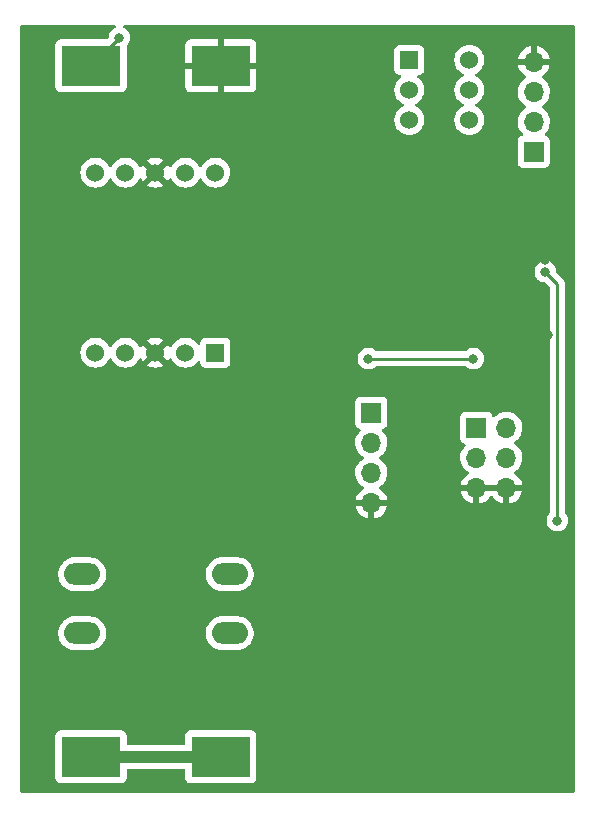
<source format=gbr>
%TF.GenerationSoftware,KiCad,Pcbnew,(6.0.11)*%
%TF.CreationDate,2024-12-29T21:24:03+02:00*%
%TF.ProjectId,LEDdice,4c454464-6963-4652-9e6b-696361645f70,rev?*%
%TF.SameCoordinates,Original*%
%TF.FileFunction,Copper,L2,Bot*%
%TF.FilePolarity,Positive*%
%FSLAX46Y46*%
G04 Gerber Fmt 4.6, Leading zero omitted, Abs format (unit mm)*
G04 Created by KiCad (PCBNEW (6.0.11)) date 2024-12-29 21:24:03*
%MOMM*%
%LPD*%
G01*
G04 APERTURE LIST*
%TA.AperFunction,ComponentPad*%
%ADD10O,1.700000X1.700000*%
%TD*%
%TA.AperFunction,ComponentPad*%
%ADD11R,1.700000X1.700000*%
%TD*%
%TA.AperFunction,ComponentPad*%
%ADD12R,1.524000X1.524000*%
%TD*%
%TA.AperFunction,ComponentPad*%
%ADD13C,1.524000*%
%TD*%
%TA.AperFunction,ComponentPad*%
%ADD14O,3.048000X1.850000*%
%TD*%
%TA.AperFunction,SMDPad,CuDef*%
%ADD15R,5.000000X3.500000*%
%TD*%
%TA.AperFunction,ViaPad*%
%ADD16C,0.800000*%
%TD*%
%TA.AperFunction,Conductor*%
%ADD17C,0.250000*%
%TD*%
%TA.AperFunction,Conductor*%
%ADD18C,1.000000*%
%TD*%
G04 APERTURE END LIST*
D10*
%TO.P,J2,4,Pin_4*%
%TO.N,GND*%
X204000000Y-54610000D03*
%TO.P,J2,3,Pin_3*%
%TO.N,+3.3V*%
X204000000Y-57150000D03*
%TO.P,J2,2,Pin_2*%
%TO.N,/USART3_RX*%
X204000000Y-59690000D03*
D11*
%TO.P,J2,1,Pin_1*%
%TO.N,/USART3_TX*%
X204000000Y-62230000D03*
%TD*%
D12*
%TO.P,U3,1*%
%TO.N,Net-(U2-Pad4)*%
X193468000Y-54460000D03*
D13*
%TO.P,U3,2*%
%TO.N,+3.3V*%
X193468000Y-57000000D03*
%TO.P,U3,3*%
%TO.N,unconnected-(U3-Pad3)*%
X193468000Y-59540000D03*
%TO.P,U3,4*%
%TO.N,unconnected-(U3-Pad4)*%
X198548000Y-59540000D03*
%TO.P,U3,5*%
%TO.N,unconnected-(U3-Pad5)*%
X198548000Y-57000000D03*
%TO.P,U3,6*%
%TO.N,unconnected-(U3-Pad6)*%
X198548000Y-54460000D03*
%TD*%
D11*
%TO.P,J1,1,+3.3V*%
%TO.N,+3.3V*%
X199136000Y-85598000D03*
D10*
%TO.P,J1,2,+3.3V*%
X201676000Y-85598000D03*
%TO.P,J1,3,BOOT0*%
%TO.N,Net-(J1-Pad3)*%
X199136000Y-88138000D03*
%TO.P,J1,4,BOOT1*%
%TO.N,Net-(J1-Pad4)*%
X201676000Y-88138000D03*
%TO.P,J1,5,GND*%
%TO.N,GND*%
X199136000Y-90678000D03*
%TO.P,J1,6,GND*%
X201676000Y-90678000D03*
%TD*%
D14*
%TO.P,Generate Number SW2,1,1*%
%TO.N,/PB6*%
X178260000Y-98000000D03*
X165760000Y-98000000D03*
%TO.P,Generate Number SW2,2,2*%
%TO.N,+3.3V*%
X178260000Y-103000000D03*
X165760000Y-103000000D03*
%TD*%
D13*
%TO.P,U4,10,G*%
%TO.N,Net-(R11-Pad2)*%
X177040000Y-64000000D03*
%TO.P,U4,9,F*%
%TO.N,Net-(R10-Pad2)*%
X174500000Y-64000000D03*
%TO.P,U4,8,CC*%
%TO.N,GND*%
X171960000Y-64000000D03*
%TO.P,U4,7,A*%
%TO.N,Net-(R5-Pad2)*%
X169420000Y-64000000D03*
%TO.P,U4,6,B*%
%TO.N,Net-(R6-Pad2)*%
X166880000Y-64000000D03*
%TO.P,U4,5,DP*%
%TO.N,Net-(R12-Pad2)*%
X166880000Y-79240000D03*
%TO.P,U4,4,C*%
%TO.N,Net-(R7-Pad2)*%
X169420000Y-79240000D03*
%TO.P,U4,3,CC*%
%TO.N,GND*%
X171960000Y-79240000D03*
%TO.P,U4,2,D*%
%TO.N,Net-(R8-Pad2)*%
X174500000Y-79240000D03*
D12*
%TO.P,U4,1,E*%
%TO.N,Net-(R9-Pad2)*%
X177040000Y-79240000D03*
%TD*%
D15*
%TO.P,U2,1,-_1*%
%TO.N,GND*%
X177512500Y-54950000D03*
%TO.P,U2,2,+_1*%
%TO.N,Net-(U2-Pad2)*%
X177512500Y-113450000D03*
%TO.P,U2,3,-_2*%
X166512500Y-113450000D03*
%TO.P,U2,4,+_2*%
%TO.N,Net-(U2-Pad4)*%
X166512500Y-54950000D03*
%TD*%
D11*
%TO.P,J3,1,+3.3V*%
%TO.N,+3.3V*%
X190246000Y-84328000D03*
D10*
%TO.P,J3,2,SWDIO*%
%TO.N,/SWDIO*%
X190246000Y-86868000D03*
%TO.P,J3,3,SWDCLOCK*%
%TO.N,/SWDCLOCK*%
X190246000Y-89408000D03*
%TO.P,J3,4,GND*%
%TO.N,GND*%
X190246000Y-91948000D03*
%TD*%
D16*
%TO.N,/NRST*%
X205994000Y-93472000D03*
X204978000Y-72390000D03*
%TO.N,Net-(U2-Pad4)*%
X168910000Y-52578000D03*
%TO.N,GND*%
X187198000Y-56896000D03*
X205232000Y-77724000D03*
X204978000Y-66802000D03*
X161798000Y-95250000D03*
%TO.N,/PB6*%
X198882000Y-79756000D03*
X189992000Y-79756000D03*
%TO.N,GND*%
X193040000Y-73914000D03*
X189992000Y-104140000D03*
X193294000Y-111252000D03*
X200660000Y-77470000D03*
X204978000Y-71374000D03*
X197104000Y-64262000D03*
%TD*%
D17*
%TO.N,/NRST*%
X205994000Y-73406000D02*
X205994000Y-93472000D01*
X204978000Y-72390000D02*
X205994000Y-73406000D01*
%TO.N,Net-(U2-Pad4)*%
X166538000Y-54950000D02*
X166512500Y-54950000D01*
X168910000Y-52578000D02*
X166538000Y-54950000D01*
%TO.N,/PB6*%
X189992000Y-79756000D02*
X198882000Y-79756000D01*
D18*
%TO.N,Net-(U2-Pad2)*%
X177512500Y-113450000D02*
X166512500Y-113450000D01*
%TD*%
%TA.AperFunction,Conductor*%
%TO.N,GND*%
G36*
X168553841Y-51528502D02*
G01*
X168600334Y-51582158D01*
X168610438Y-51652432D01*
X168580944Y-51717012D01*
X168536969Y-51749607D01*
X168459278Y-51784197D01*
X168459276Y-51784198D01*
X168453248Y-51786882D01*
X168298747Y-51899134D01*
X168170960Y-52041056D01*
X168075473Y-52206444D01*
X168016458Y-52388072D01*
X168015768Y-52394633D01*
X168015768Y-52394635D01*
X167999093Y-52553293D01*
X167972080Y-52618950D01*
X167962878Y-52629218D01*
X167937501Y-52654595D01*
X167875189Y-52688621D01*
X167848406Y-52691500D01*
X163964366Y-52691500D01*
X163902184Y-52698255D01*
X163765795Y-52749385D01*
X163649239Y-52836739D01*
X163561885Y-52953295D01*
X163510755Y-53089684D01*
X163504000Y-53151866D01*
X163504000Y-56748134D01*
X163510755Y-56810316D01*
X163561885Y-56946705D01*
X163649239Y-57063261D01*
X163765795Y-57150615D01*
X163902184Y-57201745D01*
X163964366Y-57208500D01*
X169060634Y-57208500D01*
X169122816Y-57201745D01*
X169259205Y-57150615D01*
X169375761Y-57063261D01*
X169463115Y-56946705D01*
X169514245Y-56810316D01*
X169521000Y-56748134D01*
X169521000Y-56744669D01*
X174504501Y-56744669D01*
X174504871Y-56751490D01*
X174510395Y-56802352D01*
X174514021Y-56817604D01*
X174559176Y-56938054D01*
X174567714Y-56953649D01*
X174644215Y-57055724D01*
X174656776Y-57068285D01*
X174758851Y-57144786D01*
X174774446Y-57153324D01*
X174894894Y-57198478D01*
X174910149Y-57202105D01*
X174961014Y-57207631D01*
X174967828Y-57208000D01*
X177240385Y-57208000D01*
X177255624Y-57203525D01*
X177256829Y-57202135D01*
X177258500Y-57194452D01*
X177258500Y-57189884D01*
X177766500Y-57189884D01*
X177770975Y-57205123D01*
X177772365Y-57206328D01*
X177780048Y-57207999D01*
X180057169Y-57207999D01*
X180063990Y-57207629D01*
X180114852Y-57202105D01*
X180130104Y-57198479D01*
X180250554Y-57153324D01*
X180266149Y-57144786D01*
X180368224Y-57068285D01*
X180380785Y-57055724D01*
X180457286Y-56953649D01*
X180465824Y-56938054D01*
X180510978Y-56817606D01*
X180514605Y-56802351D01*
X180520131Y-56751486D01*
X180520500Y-56744672D01*
X180520500Y-55222115D01*
X180516025Y-55206876D01*
X180514635Y-55205671D01*
X180506952Y-55204000D01*
X177784615Y-55204000D01*
X177769376Y-55208475D01*
X177768171Y-55209865D01*
X177766500Y-55217548D01*
X177766500Y-57189884D01*
X177258500Y-57189884D01*
X177258500Y-55222115D01*
X177254025Y-55206876D01*
X177252635Y-55205671D01*
X177244952Y-55204000D01*
X174522616Y-55204000D01*
X174507377Y-55208475D01*
X174506172Y-55209865D01*
X174504501Y-55217548D01*
X174504501Y-56744669D01*
X169521000Y-56744669D01*
X169521000Y-54677885D01*
X174504500Y-54677885D01*
X174508975Y-54693124D01*
X174510365Y-54694329D01*
X174518048Y-54696000D01*
X177240385Y-54696000D01*
X177255624Y-54691525D01*
X177256829Y-54690135D01*
X177258500Y-54682452D01*
X177258500Y-54677885D01*
X177766500Y-54677885D01*
X177770975Y-54693124D01*
X177772365Y-54694329D01*
X177780048Y-54696000D01*
X180502384Y-54696000D01*
X180517623Y-54691525D01*
X180518828Y-54690135D01*
X180520499Y-54682452D01*
X180520499Y-53155331D01*
X180520129Y-53148510D01*
X180514605Y-53097648D01*
X180510979Y-53082396D01*
X180465824Y-52961946D01*
X180457286Y-52946351D01*
X180380785Y-52844276D01*
X180368224Y-52831715D01*
X180266149Y-52755214D01*
X180250554Y-52746676D01*
X180130106Y-52701522D01*
X180114851Y-52697895D01*
X180063986Y-52692369D01*
X180057172Y-52692000D01*
X177784615Y-52692000D01*
X177769376Y-52696475D01*
X177768171Y-52697865D01*
X177766500Y-52705548D01*
X177766500Y-54677885D01*
X177258500Y-54677885D01*
X177258500Y-52710116D01*
X177254025Y-52694877D01*
X177252635Y-52693672D01*
X177244952Y-52692001D01*
X174967831Y-52692001D01*
X174961010Y-52692371D01*
X174910148Y-52697895D01*
X174894896Y-52701521D01*
X174774446Y-52746676D01*
X174758851Y-52755214D01*
X174656776Y-52831715D01*
X174644215Y-52844276D01*
X174567714Y-52946351D01*
X174559176Y-52961946D01*
X174514022Y-53082394D01*
X174510395Y-53097649D01*
X174504869Y-53148514D01*
X174504500Y-53155328D01*
X174504500Y-54677885D01*
X169521000Y-54677885D01*
X169521000Y-53305513D01*
X169541002Y-53237392D01*
X169553364Y-53221203D01*
X169644621Y-53119852D01*
X169644622Y-53119851D01*
X169649040Y-53114944D01*
X169744527Y-52949556D01*
X169803542Y-52767928D01*
X169810522Y-52701522D01*
X169822814Y-52584565D01*
X169823504Y-52578000D01*
X169803542Y-52388072D01*
X169744527Y-52206444D01*
X169649040Y-52041056D01*
X169521253Y-51899134D01*
X169366752Y-51786882D01*
X169360724Y-51784198D01*
X169360722Y-51784197D01*
X169283031Y-51749607D01*
X169228935Y-51703627D01*
X169208286Y-51635699D01*
X169227638Y-51567391D01*
X169280849Y-51520390D01*
X169334280Y-51508500D01*
X207365500Y-51508500D01*
X207433621Y-51528502D01*
X207480114Y-51582158D01*
X207491500Y-51634500D01*
X207491500Y-116365500D01*
X207471498Y-116433621D01*
X207417842Y-116480114D01*
X207365500Y-116491500D01*
X160634500Y-116491500D01*
X160566379Y-116471498D01*
X160519886Y-116417842D01*
X160508500Y-116365500D01*
X160508500Y-115248134D01*
X163504000Y-115248134D01*
X163510755Y-115310316D01*
X163561885Y-115446705D01*
X163649239Y-115563261D01*
X163765795Y-115650615D01*
X163902184Y-115701745D01*
X163964366Y-115708500D01*
X169060634Y-115708500D01*
X169122816Y-115701745D01*
X169259205Y-115650615D01*
X169375761Y-115563261D01*
X169463115Y-115446705D01*
X169514245Y-115310316D01*
X169521000Y-115248134D01*
X169521000Y-114584500D01*
X169541002Y-114516379D01*
X169594658Y-114469886D01*
X169647000Y-114458500D01*
X174378000Y-114458500D01*
X174446121Y-114478502D01*
X174492614Y-114532158D01*
X174504000Y-114584500D01*
X174504000Y-115248134D01*
X174510755Y-115310316D01*
X174561885Y-115446705D01*
X174649239Y-115563261D01*
X174765795Y-115650615D01*
X174902184Y-115701745D01*
X174964366Y-115708500D01*
X180060634Y-115708500D01*
X180122816Y-115701745D01*
X180259205Y-115650615D01*
X180375761Y-115563261D01*
X180463115Y-115446705D01*
X180514245Y-115310316D01*
X180521000Y-115248134D01*
X180521000Y-111651866D01*
X180514245Y-111589684D01*
X180463115Y-111453295D01*
X180375761Y-111336739D01*
X180259205Y-111249385D01*
X180122816Y-111198255D01*
X180060634Y-111191500D01*
X174964366Y-111191500D01*
X174902184Y-111198255D01*
X174765795Y-111249385D01*
X174649239Y-111336739D01*
X174561885Y-111453295D01*
X174510755Y-111589684D01*
X174504000Y-111651866D01*
X174504000Y-112315500D01*
X174483998Y-112383621D01*
X174430342Y-112430114D01*
X174378000Y-112441500D01*
X169647000Y-112441500D01*
X169578879Y-112421498D01*
X169532386Y-112367842D01*
X169521000Y-112315500D01*
X169521000Y-111651866D01*
X169514245Y-111589684D01*
X169463115Y-111453295D01*
X169375761Y-111336739D01*
X169259205Y-111249385D01*
X169122816Y-111198255D01*
X169060634Y-111191500D01*
X163964366Y-111191500D01*
X163902184Y-111198255D01*
X163765795Y-111249385D01*
X163649239Y-111336739D01*
X163561885Y-111453295D01*
X163510755Y-111589684D01*
X163504000Y-111651866D01*
X163504000Y-115248134D01*
X160508500Y-115248134D01*
X160508500Y-103100339D01*
X163726091Y-103100339D01*
X163761747Y-103333349D01*
X163834980Y-103557407D01*
X163943825Y-103766496D01*
X163946928Y-103770629D01*
X163946930Y-103770632D01*
X163969026Y-103800061D01*
X164085358Y-103955000D01*
X164255777Y-104117857D01*
X164450508Y-104250693D01*
X164455192Y-104252867D01*
X164455195Y-104252869D01*
X164659628Y-104347764D01*
X164659633Y-104347766D01*
X164664319Y-104349941D01*
X164891468Y-104412935D01*
X164896605Y-104413484D01*
X165080563Y-104433144D01*
X165080571Y-104433144D01*
X165083898Y-104433500D01*
X166418757Y-104433500D01*
X166421330Y-104433288D01*
X166421341Y-104433288D01*
X166588779Y-104419522D01*
X166588785Y-104419521D01*
X166593930Y-104419098D01*
X166822551Y-104361673D01*
X167038723Y-104267678D01*
X167236641Y-104139640D01*
X167260581Y-104117857D01*
X167407167Y-103984473D01*
X167407168Y-103984471D01*
X167410989Y-103980995D01*
X167414188Y-103976944D01*
X167414192Y-103976940D01*
X167553883Y-103800061D01*
X167553885Y-103800057D01*
X167557085Y-103796006D01*
X167671005Y-103589639D01*
X167680794Y-103561998D01*
X167747965Y-103372311D01*
X167747966Y-103372307D01*
X167749691Y-103367436D01*
X167750599Y-103362340D01*
X167790123Y-103140456D01*
X167790124Y-103140450D01*
X167791029Y-103135367D01*
X167791457Y-103100339D01*
X176226091Y-103100339D01*
X176261747Y-103333349D01*
X176334980Y-103557407D01*
X176443825Y-103766496D01*
X176446928Y-103770629D01*
X176446930Y-103770632D01*
X176469026Y-103800061D01*
X176585358Y-103955000D01*
X176755777Y-104117857D01*
X176950508Y-104250693D01*
X176955192Y-104252867D01*
X176955195Y-104252869D01*
X177159628Y-104347764D01*
X177159633Y-104347766D01*
X177164319Y-104349941D01*
X177391468Y-104412935D01*
X177396605Y-104413484D01*
X177580563Y-104433144D01*
X177580571Y-104433144D01*
X177583898Y-104433500D01*
X178918757Y-104433500D01*
X178921330Y-104433288D01*
X178921341Y-104433288D01*
X179088779Y-104419522D01*
X179088785Y-104419521D01*
X179093930Y-104419098D01*
X179322551Y-104361673D01*
X179538723Y-104267678D01*
X179736641Y-104139640D01*
X179760581Y-104117857D01*
X179907167Y-103984473D01*
X179907168Y-103984471D01*
X179910989Y-103980995D01*
X179914188Y-103976944D01*
X179914192Y-103976940D01*
X180053883Y-103800061D01*
X180053885Y-103800057D01*
X180057085Y-103796006D01*
X180171005Y-103589639D01*
X180180794Y-103561998D01*
X180247965Y-103372311D01*
X180247966Y-103372307D01*
X180249691Y-103367436D01*
X180250599Y-103362340D01*
X180290123Y-103140456D01*
X180290124Y-103140450D01*
X180291029Y-103135367D01*
X180293909Y-102899661D01*
X180258253Y-102666651D01*
X180185020Y-102442593D01*
X180076175Y-102233504D01*
X180057415Y-102208517D01*
X179937747Y-102049135D01*
X179937745Y-102049132D01*
X179934642Y-102045000D01*
X179764223Y-101882143D01*
X179569492Y-101749307D01*
X179564808Y-101747133D01*
X179564805Y-101747131D01*
X179360372Y-101652236D01*
X179360367Y-101652234D01*
X179355681Y-101650059D01*
X179128532Y-101587065D01*
X179123395Y-101586516D01*
X178939437Y-101566856D01*
X178939429Y-101566856D01*
X178936102Y-101566500D01*
X177601243Y-101566500D01*
X177598670Y-101566712D01*
X177598659Y-101566712D01*
X177431221Y-101580478D01*
X177431215Y-101580479D01*
X177426070Y-101580902D01*
X177197449Y-101638327D01*
X176981277Y-101732322D01*
X176783359Y-101860360D01*
X176779536Y-101863839D01*
X176779533Y-101863841D01*
X176755495Y-101885714D01*
X176609011Y-102019005D01*
X176605812Y-102023056D01*
X176605808Y-102023060D01*
X176466117Y-102199939D01*
X176462915Y-102203994D01*
X176348995Y-102410361D01*
X176347271Y-102415230D01*
X176347269Y-102415234D01*
X176272035Y-102627689D01*
X176270309Y-102632564D01*
X176269402Y-102637657D01*
X176269401Y-102637660D01*
X176265113Y-102661736D01*
X176228971Y-102864633D01*
X176226091Y-103100339D01*
X167791457Y-103100339D01*
X167793909Y-102899661D01*
X167758253Y-102666651D01*
X167685020Y-102442593D01*
X167576175Y-102233504D01*
X167557415Y-102208517D01*
X167437747Y-102049135D01*
X167437745Y-102049132D01*
X167434642Y-102045000D01*
X167264223Y-101882143D01*
X167069492Y-101749307D01*
X167064808Y-101747133D01*
X167064805Y-101747131D01*
X166860372Y-101652236D01*
X166860367Y-101652234D01*
X166855681Y-101650059D01*
X166628532Y-101587065D01*
X166623395Y-101586516D01*
X166439437Y-101566856D01*
X166439429Y-101566856D01*
X166436102Y-101566500D01*
X165101243Y-101566500D01*
X165098670Y-101566712D01*
X165098659Y-101566712D01*
X164931221Y-101580478D01*
X164931215Y-101580479D01*
X164926070Y-101580902D01*
X164697449Y-101638327D01*
X164481277Y-101732322D01*
X164283359Y-101860360D01*
X164279536Y-101863839D01*
X164279533Y-101863841D01*
X164255495Y-101885714D01*
X164109011Y-102019005D01*
X164105812Y-102023056D01*
X164105808Y-102023060D01*
X163966117Y-102199939D01*
X163962915Y-102203994D01*
X163848995Y-102410361D01*
X163847271Y-102415230D01*
X163847269Y-102415234D01*
X163772035Y-102627689D01*
X163770309Y-102632564D01*
X163769402Y-102637657D01*
X163769401Y-102637660D01*
X163765113Y-102661736D01*
X163728971Y-102864633D01*
X163726091Y-103100339D01*
X160508500Y-103100339D01*
X160508500Y-98100339D01*
X163726091Y-98100339D01*
X163761747Y-98333349D01*
X163834980Y-98557407D01*
X163943825Y-98766496D01*
X163946928Y-98770629D01*
X163946930Y-98770632D01*
X163969026Y-98800061D01*
X164085358Y-98955000D01*
X164255777Y-99117857D01*
X164450508Y-99250693D01*
X164455192Y-99252867D01*
X164455195Y-99252869D01*
X164659628Y-99347764D01*
X164659633Y-99347766D01*
X164664319Y-99349941D01*
X164891468Y-99412935D01*
X164896605Y-99413484D01*
X165080563Y-99433144D01*
X165080571Y-99433144D01*
X165083898Y-99433500D01*
X166418757Y-99433500D01*
X166421330Y-99433288D01*
X166421341Y-99433288D01*
X166588779Y-99419522D01*
X166588785Y-99419521D01*
X166593930Y-99419098D01*
X166822551Y-99361673D01*
X167038723Y-99267678D01*
X167236641Y-99139640D01*
X167260581Y-99117857D01*
X167407167Y-98984473D01*
X167407168Y-98984471D01*
X167410989Y-98980995D01*
X167414188Y-98976944D01*
X167414192Y-98976940D01*
X167553883Y-98800061D01*
X167553885Y-98800057D01*
X167557085Y-98796006D01*
X167671005Y-98589639D01*
X167680794Y-98561998D01*
X167747965Y-98372311D01*
X167747966Y-98372307D01*
X167749691Y-98367436D01*
X167750599Y-98362340D01*
X167790123Y-98140456D01*
X167790124Y-98140450D01*
X167791029Y-98135367D01*
X167791457Y-98100339D01*
X176226091Y-98100339D01*
X176261747Y-98333349D01*
X176334980Y-98557407D01*
X176443825Y-98766496D01*
X176446928Y-98770629D01*
X176446930Y-98770632D01*
X176469026Y-98800061D01*
X176585358Y-98955000D01*
X176755777Y-99117857D01*
X176950508Y-99250693D01*
X176955192Y-99252867D01*
X176955195Y-99252869D01*
X177159628Y-99347764D01*
X177159633Y-99347766D01*
X177164319Y-99349941D01*
X177391468Y-99412935D01*
X177396605Y-99413484D01*
X177580563Y-99433144D01*
X177580571Y-99433144D01*
X177583898Y-99433500D01*
X178918757Y-99433500D01*
X178921330Y-99433288D01*
X178921341Y-99433288D01*
X179088779Y-99419522D01*
X179088785Y-99419521D01*
X179093930Y-99419098D01*
X179322551Y-99361673D01*
X179538723Y-99267678D01*
X179736641Y-99139640D01*
X179760581Y-99117857D01*
X179907167Y-98984473D01*
X179907168Y-98984471D01*
X179910989Y-98980995D01*
X179914188Y-98976944D01*
X179914192Y-98976940D01*
X180053883Y-98800061D01*
X180053885Y-98800057D01*
X180057085Y-98796006D01*
X180171005Y-98589639D01*
X180180794Y-98561998D01*
X180247965Y-98372311D01*
X180247966Y-98372307D01*
X180249691Y-98367436D01*
X180250599Y-98362340D01*
X180290123Y-98140456D01*
X180290124Y-98140450D01*
X180291029Y-98135367D01*
X180293909Y-97899661D01*
X180258253Y-97666651D01*
X180185020Y-97442593D01*
X180076175Y-97233504D01*
X180057415Y-97208517D01*
X179937747Y-97049135D01*
X179937745Y-97049132D01*
X179934642Y-97045000D01*
X179764223Y-96882143D01*
X179569492Y-96749307D01*
X179564808Y-96747133D01*
X179564805Y-96747131D01*
X179360372Y-96652236D01*
X179360367Y-96652234D01*
X179355681Y-96650059D01*
X179128532Y-96587065D01*
X179123395Y-96586516D01*
X178939437Y-96566856D01*
X178939429Y-96566856D01*
X178936102Y-96566500D01*
X177601243Y-96566500D01*
X177598670Y-96566712D01*
X177598659Y-96566712D01*
X177431221Y-96580478D01*
X177431215Y-96580479D01*
X177426070Y-96580902D01*
X177197449Y-96638327D01*
X176981277Y-96732322D01*
X176783359Y-96860360D01*
X176779536Y-96863839D01*
X176779533Y-96863841D01*
X176755495Y-96885714D01*
X176609011Y-97019005D01*
X176605812Y-97023056D01*
X176605808Y-97023060D01*
X176466117Y-97199939D01*
X176462915Y-97203994D01*
X176348995Y-97410361D01*
X176347271Y-97415230D01*
X176347269Y-97415234D01*
X176272035Y-97627689D01*
X176270309Y-97632564D01*
X176269402Y-97637657D01*
X176269401Y-97637660D01*
X176265113Y-97661736D01*
X176228971Y-97864633D01*
X176226091Y-98100339D01*
X167791457Y-98100339D01*
X167793909Y-97899661D01*
X167758253Y-97666651D01*
X167685020Y-97442593D01*
X167576175Y-97233504D01*
X167557415Y-97208517D01*
X167437747Y-97049135D01*
X167437745Y-97049132D01*
X167434642Y-97045000D01*
X167264223Y-96882143D01*
X167069492Y-96749307D01*
X167064808Y-96747133D01*
X167064805Y-96747131D01*
X166860372Y-96652236D01*
X166860367Y-96652234D01*
X166855681Y-96650059D01*
X166628532Y-96587065D01*
X166623395Y-96586516D01*
X166439437Y-96566856D01*
X166439429Y-96566856D01*
X166436102Y-96566500D01*
X165101243Y-96566500D01*
X165098670Y-96566712D01*
X165098659Y-96566712D01*
X164931221Y-96580478D01*
X164931215Y-96580479D01*
X164926070Y-96580902D01*
X164697449Y-96638327D01*
X164481277Y-96732322D01*
X164283359Y-96860360D01*
X164279536Y-96863839D01*
X164279533Y-96863841D01*
X164255495Y-96885714D01*
X164109011Y-97019005D01*
X164105812Y-97023056D01*
X164105808Y-97023060D01*
X163966117Y-97199939D01*
X163962915Y-97203994D01*
X163848995Y-97410361D01*
X163847271Y-97415230D01*
X163847269Y-97415234D01*
X163772035Y-97627689D01*
X163770309Y-97632564D01*
X163769402Y-97637657D01*
X163769401Y-97637660D01*
X163765113Y-97661736D01*
X163728971Y-97864633D01*
X163726091Y-98100339D01*
X160508500Y-98100339D01*
X160508500Y-92215966D01*
X188914257Y-92215966D01*
X188944565Y-92350446D01*
X188947645Y-92360275D01*
X189027770Y-92557603D01*
X189032413Y-92566794D01*
X189143694Y-92748388D01*
X189149777Y-92756699D01*
X189289213Y-92917667D01*
X189296580Y-92924883D01*
X189460434Y-93060916D01*
X189468881Y-93066831D01*
X189652756Y-93174279D01*
X189662042Y-93178729D01*
X189861001Y-93254703D01*
X189870899Y-93257579D01*
X189974250Y-93278606D01*
X189988299Y-93277410D01*
X189992000Y-93267065D01*
X189992000Y-93266517D01*
X190500000Y-93266517D01*
X190504064Y-93280359D01*
X190517478Y-93282393D01*
X190524184Y-93281534D01*
X190534262Y-93279392D01*
X190738255Y-93218191D01*
X190747842Y-93214433D01*
X190939095Y-93120739D01*
X190947945Y-93115464D01*
X191121328Y-92991792D01*
X191129200Y-92985139D01*
X191280052Y-92834812D01*
X191286730Y-92826965D01*
X191411003Y-92654020D01*
X191416313Y-92645183D01*
X191510670Y-92454267D01*
X191514469Y-92444672D01*
X191576377Y-92240910D01*
X191578555Y-92230837D01*
X191579986Y-92219962D01*
X191577775Y-92205778D01*
X191564617Y-92202000D01*
X190518115Y-92202000D01*
X190502876Y-92206475D01*
X190501671Y-92207865D01*
X190500000Y-92215548D01*
X190500000Y-93266517D01*
X189992000Y-93266517D01*
X189992000Y-92220115D01*
X189987525Y-92204876D01*
X189986135Y-92203671D01*
X189978452Y-92202000D01*
X188929225Y-92202000D01*
X188915694Y-92205973D01*
X188914257Y-92215966D01*
X160508500Y-92215966D01*
X160508500Y-89374695D01*
X188883251Y-89374695D01*
X188883548Y-89379848D01*
X188883548Y-89379851D01*
X188891636Y-89520120D01*
X188896110Y-89597715D01*
X188897247Y-89602761D01*
X188897248Y-89602767D01*
X188909224Y-89655905D01*
X188945222Y-89815639D01*
X189029266Y-90022616D01*
X189145987Y-90213088D01*
X189292250Y-90381938D01*
X189464126Y-90524632D01*
X189537955Y-90567774D01*
X189586679Y-90619412D01*
X189599750Y-90689195D01*
X189573019Y-90754967D01*
X189532562Y-90788327D01*
X189524457Y-90792546D01*
X189515738Y-90798036D01*
X189345433Y-90925905D01*
X189337726Y-90932748D01*
X189190590Y-91086717D01*
X189184104Y-91094727D01*
X189064098Y-91270649D01*
X189059000Y-91279623D01*
X188969338Y-91472783D01*
X188965775Y-91482470D01*
X188910389Y-91682183D01*
X188911912Y-91690607D01*
X188924292Y-91694000D01*
X191564344Y-91694000D01*
X191577875Y-91690027D01*
X191579180Y-91680947D01*
X191537214Y-91513875D01*
X191533894Y-91504124D01*
X191448972Y-91308814D01*
X191444105Y-91299739D01*
X191328426Y-91120926D01*
X191322136Y-91112757D01*
X191178806Y-90955240D01*
X191171273Y-90948215D01*
X191168425Y-90945966D01*
X197804257Y-90945966D01*
X197834565Y-91080446D01*
X197837645Y-91090275D01*
X197917770Y-91287603D01*
X197922413Y-91296794D01*
X198033694Y-91478388D01*
X198039777Y-91486699D01*
X198179213Y-91647667D01*
X198186580Y-91654883D01*
X198350434Y-91790916D01*
X198358881Y-91796831D01*
X198542756Y-91904279D01*
X198552042Y-91908729D01*
X198751001Y-91984703D01*
X198760899Y-91987579D01*
X198864250Y-92008606D01*
X198878299Y-92007410D01*
X198882000Y-91997065D01*
X198882000Y-91996517D01*
X199390000Y-91996517D01*
X199394064Y-92010359D01*
X199407478Y-92012393D01*
X199414184Y-92011534D01*
X199424262Y-92009392D01*
X199628255Y-91948191D01*
X199637842Y-91944433D01*
X199829095Y-91850739D01*
X199837945Y-91845464D01*
X200011328Y-91721792D01*
X200019200Y-91715139D01*
X200170052Y-91564812D01*
X200176730Y-91556965D01*
X200304022Y-91379819D01*
X200305147Y-91380627D01*
X200352669Y-91336876D01*
X200422607Y-91324661D01*
X200488046Y-91352197D01*
X200515870Y-91384028D01*
X200573690Y-91478383D01*
X200579777Y-91486699D01*
X200719213Y-91647667D01*
X200726580Y-91654883D01*
X200890434Y-91790916D01*
X200898881Y-91796831D01*
X201082756Y-91904279D01*
X201092042Y-91908729D01*
X201291001Y-91984703D01*
X201300899Y-91987579D01*
X201404250Y-92008606D01*
X201418299Y-92007410D01*
X201422000Y-91997065D01*
X201422000Y-91996517D01*
X201930000Y-91996517D01*
X201934064Y-92010359D01*
X201947478Y-92012393D01*
X201954184Y-92011534D01*
X201964262Y-92009392D01*
X202168255Y-91948191D01*
X202177842Y-91944433D01*
X202369095Y-91850739D01*
X202377945Y-91845464D01*
X202551328Y-91721792D01*
X202559200Y-91715139D01*
X202710052Y-91564812D01*
X202716730Y-91556965D01*
X202841003Y-91384020D01*
X202846313Y-91375183D01*
X202940670Y-91184267D01*
X202944469Y-91174672D01*
X203006377Y-90970910D01*
X203008555Y-90960837D01*
X203009986Y-90949962D01*
X203007775Y-90935778D01*
X202994617Y-90932000D01*
X201948115Y-90932000D01*
X201932876Y-90936475D01*
X201931671Y-90937865D01*
X201930000Y-90945548D01*
X201930000Y-91996517D01*
X201422000Y-91996517D01*
X201422000Y-90950115D01*
X201417525Y-90934876D01*
X201416135Y-90933671D01*
X201408452Y-90932000D01*
X199408115Y-90932000D01*
X199392876Y-90936475D01*
X199391671Y-90937865D01*
X199390000Y-90945548D01*
X199390000Y-91996517D01*
X198882000Y-91996517D01*
X198882000Y-90950115D01*
X198877525Y-90934876D01*
X198876135Y-90933671D01*
X198868452Y-90932000D01*
X197819225Y-90932000D01*
X197805694Y-90935973D01*
X197804257Y-90945966D01*
X191168425Y-90945966D01*
X191004139Y-90816222D01*
X190995556Y-90810520D01*
X190958602Y-90790120D01*
X190908631Y-90739687D01*
X190893859Y-90670245D01*
X190918975Y-90603839D01*
X190946327Y-90577232D01*
X190969797Y-90560491D01*
X191125860Y-90449173D01*
X191162980Y-90412183D01*
X191280435Y-90295137D01*
X191284096Y-90291489D01*
X191343594Y-90208689D01*
X191411435Y-90114277D01*
X191414453Y-90110077D01*
X191454159Y-90029739D01*
X191511136Y-89914453D01*
X191511137Y-89914451D01*
X191513430Y-89909811D01*
X191578370Y-89696069D01*
X191607529Y-89474590D01*
X191607649Y-89469687D01*
X191609074Y-89411365D01*
X191609074Y-89411361D01*
X191609156Y-89408000D01*
X191590852Y-89185361D01*
X191536431Y-88968702D01*
X191447354Y-88763840D01*
X191326014Y-88576277D01*
X191175670Y-88411051D01*
X191171619Y-88407852D01*
X191171615Y-88407848D01*
X191004414Y-88275800D01*
X191004410Y-88275798D01*
X191000359Y-88272598D01*
X190959053Y-88249796D01*
X190909084Y-88199364D01*
X190894312Y-88129921D01*
X190903853Y-88104695D01*
X197773251Y-88104695D01*
X197773548Y-88109848D01*
X197773548Y-88109851D01*
X197779011Y-88204590D01*
X197786110Y-88327715D01*
X197787247Y-88332761D01*
X197787248Y-88332767D01*
X197807119Y-88420939D01*
X197835222Y-88545639D01*
X197919266Y-88752616D01*
X197970019Y-88835438D01*
X198033291Y-88938688D01*
X198035987Y-88943088D01*
X198182250Y-89111938D01*
X198354126Y-89254632D01*
X198427955Y-89297774D01*
X198476679Y-89349412D01*
X198489750Y-89419195D01*
X198463019Y-89484967D01*
X198422562Y-89518327D01*
X198414457Y-89522546D01*
X198405738Y-89528036D01*
X198235433Y-89655905D01*
X198227726Y-89662748D01*
X198080590Y-89816717D01*
X198074104Y-89824727D01*
X197954098Y-90000649D01*
X197949000Y-90009623D01*
X197859338Y-90202783D01*
X197855775Y-90212470D01*
X197800389Y-90412183D01*
X197801912Y-90420607D01*
X197814292Y-90424000D01*
X202994344Y-90424000D01*
X203007875Y-90420027D01*
X203009180Y-90410947D01*
X202967214Y-90243875D01*
X202963894Y-90234124D01*
X202878972Y-90038814D01*
X202874105Y-90029739D01*
X202758426Y-89850926D01*
X202752136Y-89842757D01*
X202608806Y-89685240D01*
X202601273Y-89678215D01*
X202434139Y-89546222D01*
X202425556Y-89540520D01*
X202388602Y-89520120D01*
X202338631Y-89469687D01*
X202323859Y-89400245D01*
X202348975Y-89333839D01*
X202376327Y-89307232D01*
X202399797Y-89290491D01*
X202555860Y-89179173D01*
X202714096Y-89021489D01*
X202773594Y-88938689D01*
X202841435Y-88844277D01*
X202844453Y-88840077D01*
X202865320Y-88797857D01*
X202941136Y-88644453D01*
X202941137Y-88644451D01*
X202943430Y-88639811D01*
X203008370Y-88426069D01*
X203037529Y-88204590D01*
X203039156Y-88138000D01*
X203020852Y-87915361D01*
X202966431Y-87698702D01*
X202877354Y-87493840D01*
X202756014Y-87306277D01*
X202605670Y-87141051D01*
X202601619Y-87137852D01*
X202601615Y-87137848D01*
X202434414Y-87005800D01*
X202434410Y-87005798D01*
X202430359Y-87002598D01*
X202389053Y-86979796D01*
X202339084Y-86929364D01*
X202324312Y-86859921D01*
X202349428Y-86793516D01*
X202376780Y-86766909D01*
X202420603Y-86735650D01*
X202555860Y-86639173D01*
X202714096Y-86481489D01*
X202844453Y-86300077D01*
X202882132Y-86223840D01*
X202941136Y-86104453D01*
X202941137Y-86104451D01*
X202943430Y-86099811D01*
X203008370Y-85886069D01*
X203037529Y-85664590D01*
X203039156Y-85598000D01*
X203020852Y-85375361D01*
X202966431Y-85158702D01*
X202877354Y-84953840D01*
X202756014Y-84766277D01*
X202605670Y-84601051D01*
X202601619Y-84597852D01*
X202601615Y-84597848D01*
X202434414Y-84465800D01*
X202434410Y-84465798D01*
X202430359Y-84462598D01*
X202234789Y-84354638D01*
X202229920Y-84352914D01*
X202229916Y-84352912D01*
X202029087Y-84281795D01*
X202029083Y-84281794D01*
X202024212Y-84280069D01*
X202019119Y-84279162D01*
X202019116Y-84279161D01*
X201809373Y-84241800D01*
X201809367Y-84241799D01*
X201804284Y-84240894D01*
X201730452Y-84239992D01*
X201586081Y-84238228D01*
X201586079Y-84238228D01*
X201580911Y-84238165D01*
X201360091Y-84271955D01*
X201147756Y-84341357D01*
X200949607Y-84444507D01*
X200945474Y-84447610D01*
X200945471Y-84447612D01*
X200775100Y-84575530D01*
X200770965Y-84578635D01*
X200714537Y-84637684D01*
X200690283Y-84663064D01*
X200628759Y-84698494D01*
X200557846Y-84695037D01*
X200500060Y-84653791D01*
X200481207Y-84620243D01*
X200439767Y-84509703D01*
X200436615Y-84501295D01*
X200349261Y-84384739D01*
X200232705Y-84297385D01*
X200096316Y-84246255D01*
X200034134Y-84239500D01*
X198237866Y-84239500D01*
X198175684Y-84246255D01*
X198039295Y-84297385D01*
X197922739Y-84384739D01*
X197835385Y-84501295D01*
X197784255Y-84637684D01*
X197777500Y-84699866D01*
X197777500Y-86496134D01*
X197784255Y-86558316D01*
X197835385Y-86694705D01*
X197922739Y-86811261D01*
X198039295Y-86898615D01*
X198047704Y-86901767D01*
X198047705Y-86901768D01*
X198156451Y-86942535D01*
X198213216Y-86985176D01*
X198237916Y-87051738D01*
X198222709Y-87121087D01*
X198203316Y-87147568D01*
X198085748Y-87270596D01*
X198076629Y-87280138D01*
X197950743Y-87464680D01*
X197856688Y-87667305D01*
X197796989Y-87882570D01*
X197773251Y-88104695D01*
X190903853Y-88104695D01*
X190919428Y-88063516D01*
X190946780Y-88036909D01*
X190990603Y-88005650D01*
X191125860Y-87909173D01*
X191284096Y-87751489D01*
X191343594Y-87668689D01*
X191411435Y-87574277D01*
X191414453Y-87570077D01*
X191452132Y-87493840D01*
X191511136Y-87374453D01*
X191511137Y-87374451D01*
X191513430Y-87369811D01*
X191578370Y-87156069D01*
X191607529Y-86934590D01*
X191609156Y-86868000D01*
X191590852Y-86645361D01*
X191536431Y-86428702D01*
X191447354Y-86223840D01*
X191326014Y-86036277D01*
X191322532Y-86032450D01*
X191178798Y-85874488D01*
X191147746Y-85810642D01*
X191156141Y-85740143D01*
X191201317Y-85685375D01*
X191227761Y-85671706D01*
X191334297Y-85631767D01*
X191342705Y-85628615D01*
X191459261Y-85541261D01*
X191546615Y-85424705D01*
X191597745Y-85288316D01*
X191604500Y-85226134D01*
X191604500Y-83429866D01*
X191597745Y-83367684D01*
X191546615Y-83231295D01*
X191459261Y-83114739D01*
X191342705Y-83027385D01*
X191206316Y-82976255D01*
X191144134Y-82969500D01*
X189347866Y-82969500D01*
X189285684Y-82976255D01*
X189149295Y-83027385D01*
X189032739Y-83114739D01*
X188945385Y-83231295D01*
X188894255Y-83367684D01*
X188887500Y-83429866D01*
X188887500Y-85226134D01*
X188894255Y-85288316D01*
X188945385Y-85424705D01*
X189032739Y-85541261D01*
X189149295Y-85628615D01*
X189157704Y-85631767D01*
X189157705Y-85631768D01*
X189266451Y-85672535D01*
X189323216Y-85715176D01*
X189347916Y-85781738D01*
X189332709Y-85851087D01*
X189313316Y-85877568D01*
X189186629Y-86010138D01*
X189060743Y-86194680D01*
X188966688Y-86397305D01*
X188906989Y-86612570D01*
X188883251Y-86834695D01*
X188883548Y-86839848D01*
X188883548Y-86839851D01*
X188892068Y-86987612D01*
X188896110Y-87057715D01*
X188897247Y-87062761D01*
X188897248Y-87062767D01*
X188917119Y-87150939D01*
X188945222Y-87275639D01*
X189029266Y-87482616D01*
X189031965Y-87487020D01*
X189131475Y-87649406D01*
X189145987Y-87673088D01*
X189292250Y-87841938D01*
X189464126Y-87984632D01*
X189534595Y-88025811D01*
X189537445Y-88027476D01*
X189586169Y-88079114D01*
X189599240Y-88148897D01*
X189572509Y-88214669D01*
X189532055Y-88248027D01*
X189519607Y-88254507D01*
X189515474Y-88257610D01*
X189515471Y-88257612D01*
X189415374Y-88332767D01*
X189340965Y-88388635D01*
X189337393Y-88392373D01*
X189195748Y-88540596D01*
X189186629Y-88550138D01*
X189060743Y-88734680D01*
X188966688Y-88937305D01*
X188906989Y-89152570D01*
X188883251Y-89374695D01*
X160508500Y-89374695D01*
X160508500Y-79240000D01*
X165604647Y-79240000D01*
X165624022Y-79461463D01*
X165681560Y-79676196D01*
X165683882Y-79681177D01*
X165683883Y-79681178D01*
X165773186Y-79872689D01*
X165773189Y-79872694D01*
X165775512Y-79877676D01*
X165778668Y-79882183D01*
X165778669Y-79882185D01*
X165898647Y-80053531D01*
X165903023Y-80059781D01*
X166060219Y-80216977D01*
X166064727Y-80220134D01*
X166064730Y-80220136D01*
X166093523Y-80240297D01*
X166242323Y-80344488D01*
X166247305Y-80346811D01*
X166247310Y-80346814D01*
X166437810Y-80435645D01*
X166443804Y-80438440D01*
X166449112Y-80439862D01*
X166449114Y-80439863D01*
X166496705Y-80452615D01*
X166658537Y-80495978D01*
X166880000Y-80515353D01*
X167101463Y-80495978D01*
X167263295Y-80452615D01*
X167310886Y-80439863D01*
X167310888Y-80439862D01*
X167316196Y-80438440D01*
X167322190Y-80435645D01*
X167512690Y-80346814D01*
X167512695Y-80346811D01*
X167517677Y-80344488D01*
X167666477Y-80240297D01*
X167695270Y-80220136D01*
X167695273Y-80220134D01*
X167699781Y-80216977D01*
X167856977Y-80059781D01*
X167861354Y-80053531D01*
X167981331Y-79882185D01*
X167981332Y-79882183D01*
X167984488Y-79877676D01*
X167986811Y-79872694D01*
X167986814Y-79872689D01*
X168035805Y-79767627D01*
X168082723Y-79714342D01*
X168151000Y-79694881D01*
X168218960Y-79715423D01*
X168264195Y-79767627D01*
X168313186Y-79872689D01*
X168313189Y-79872694D01*
X168315512Y-79877676D01*
X168318668Y-79882183D01*
X168318669Y-79882185D01*
X168438647Y-80053531D01*
X168443023Y-80059781D01*
X168600219Y-80216977D01*
X168604727Y-80220134D01*
X168604730Y-80220136D01*
X168633523Y-80240297D01*
X168782323Y-80344488D01*
X168787305Y-80346811D01*
X168787310Y-80346814D01*
X168977810Y-80435645D01*
X168983804Y-80438440D01*
X168989112Y-80439862D01*
X168989114Y-80439863D01*
X169036705Y-80452615D01*
X169198537Y-80495978D01*
X169420000Y-80515353D01*
X169641463Y-80495978D01*
X169803295Y-80452615D01*
X169850886Y-80439863D01*
X169850888Y-80439862D01*
X169856196Y-80438440D01*
X169862190Y-80435645D01*
X170052690Y-80346814D01*
X170052695Y-80346811D01*
X170057677Y-80344488D01*
X170122959Y-80298777D01*
X171265777Y-80298777D01*
X171275074Y-80310793D01*
X171318069Y-80340898D01*
X171327555Y-80346376D01*
X171518993Y-80435645D01*
X171529285Y-80439391D01*
X171733309Y-80494059D01*
X171744104Y-80495962D01*
X171954525Y-80514372D01*
X171965475Y-80514372D01*
X172175896Y-80495962D01*
X172186691Y-80494059D01*
X172390715Y-80439391D01*
X172401007Y-80435645D01*
X172592445Y-80346376D01*
X172601931Y-80340898D01*
X172645764Y-80310207D01*
X172654139Y-80299729D01*
X172647071Y-80286281D01*
X171972812Y-79612022D01*
X171958868Y-79604408D01*
X171957035Y-79604539D01*
X171950420Y-79608790D01*
X171272207Y-80287003D01*
X171265777Y-80298777D01*
X170122959Y-80298777D01*
X170206477Y-80240297D01*
X170235270Y-80220136D01*
X170235273Y-80220134D01*
X170239781Y-80216977D01*
X170396977Y-80059781D01*
X170401354Y-80053531D01*
X170521331Y-79882185D01*
X170521332Y-79882183D01*
X170524488Y-79877676D01*
X170526811Y-79872694D01*
X170526814Y-79872689D01*
X170576081Y-79767035D01*
X170622999Y-79713750D01*
X170691276Y-79694289D01*
X170759236Y-79714831D01*
X170804471Y-79767035D01*
X170853623Y-79872441D01*
X170859103Y-79881932D01*
X170889794Y-79925765D01*
X170900271Y-79934140D01*
X170913718Y-79927072D01*
X171587978Y-79252812D01*
X171594356Y-79241132D01*
X172324408Y-79241132D01*
X172324539Y-79242965D01*
X172328790Y-79249580D01*
X173007003Y-79927793D01*
X173018777Y-79934223D01*
X173030793Y-79924926D01*
X173060897Y-79881932D01*
X173066377Y-79872441D01*
X173115529Y-79767035D01*
X173162447Y-79713750D01*
X173230724Y-79694289D01*
X173298684Y-79714831D01*
X173343919Y-79767035D01*
X173393186Y-79872689D01*
X173393189Y-79872694D01*
X173395512Y-79877676D01*
X173398668Y-79882183D01*
X173398669Y-79882185D01*
X173518647Y-80053531D01*
X173523023Y-80059781D01*
X173680219Y-80216977D01*
X173684727Y-80220134D01*
X173684730Y-80220136D01*
X173713523Y-80240297D01*
X173862323Y-80344488D01*
X173867305Y-80346811D01*
X173867310Y-80346814D01*
X174057810Y-80435645D01*
X174063804Y-80438440D01*
X174069112Y-80439862D01*
X174069114Y-80439863D01*
X174116705Y-80452615D01*
X174278537Y-80495978D01*
X174500000Y-80515353D01*
X174721463Y-80495978D01*
X174883295Y-80452615D01*
X174930886Y-80439863D01*
X174930888Y-80439862D01*
X174936196Y-80438440D01*
X174942190Y-80435645D01*
X175132690Y-80346814D01*
X175132695Y-80346811D01*
X175137677Y-80344488D01*
X175286477Y-80240297D01*
X175315270Y-80220136D01*
X175315273Y-80220134D01*
X175319781Y-80216977D01*
X175476977Y-80059781D01*
X175481354Y-80053531D01*
X175540287Y-79969365D01*
X175595744Y-79925037D01*
X175666363Y-79917728D01*
X175729724Y-79949759D01*
X175765709Y-80010960D01*
X175769500Y-80041636D01*
X175769500Y-80050134D01*
X175776255Y-80112316D01*
X175827385Y-80248705D01*
X175914739Y-80365261D01*
X176031295Y-80452615D01*
X176167684Y-80503745D01*
X176229866Y-80510500D01*
X177850134Y-80510500D01*
X177912316Y-80503745D01*
X178048705Y-80452615D01*
X178165261Y-80365261D01*
X178252615Y-80248705D01*
X178303745Y-80112316D01*
X178310500Y-80050134D01*
X178310500Y-79756000D01*
X189078496Y-79756000D01*
X189079186Y-79762565D01*
X189096251Y-79924926D01*
X189098458Y-79945928D01*
X189157473Y-80127556D01*
X189252960Y-80292944D01*
X189257378Y-80297851D01*
X189257379Y-80297852D01*
X189339899Y-80389500D01*
X189380747Y-80434866D01*
X189535248Y-80547118D01*
X189541276Y-80549802D01*
X189541278Y-80549803D01*
X189703681Y-80622109D01*
X189709712Y-80624794D01*
X189803112Y-80644647D01*
X189890056Y-80663128D01*
X189890061Y-80663128D01*
X189896513Y-80664500D01*
X190087487Y-80664500D01*
X190093939Y-80663128D01*
X190093944Y-80663128D01*
X190180888Y-80644647D01*
X190274288Y-80624794D01*
X190280319Y-80622109D01*
X190442722Y-80549803D01*
X190442724Y-80549802D01*
X190448752Y-80547118D01*
X190603253Y-80434866D01*
X190607668Y-80429963D01*
X190612580Y-80425540D01*
X190613705Y-80426789D01*
X190667014Y-80393949D01*
X190700200Y-80389500D01*
X198173800Y-80389500D01*
X198241921Y-80409502D01*
X198261147Y-80425843D01*
X198261420Y-80425540D01*
X198266332Y-80429963D01*
X198270747Y-80434866D01*
X198425248Y-80547118D01*
X198431276Y-80549802D01*
X198431278Y-80549803D01*
X198593681Y-80622109D01*
X198599712Y-80624794D01*
X198693112Y-80644647D01*
X198780056Y-80663128D01*
X198780061Y-80663128D01*
X198786513Y-80664500D01*
X198977487Y-80664500D01*
X198983939Y-80663128D01*
X198983944Y-80663128D01*
X199070888Y-80644647D01*
X199164288Y-80624794D01*
X199170319Y-80622109D01*
X199332722Y-80549803D01*
X199332724Y-80549802D01*
X199338752Y-80547118D01*
X199493253Y-80434866D01*
X199534101Y-80389500D01*
X199616621Y-80297852D01*
X199616622Y-80297851D01*
X199621040Y-80292944D01*
X199716527Y-80127556D01*
X199775542Y-79945928D01*
X199777750Y-79924926D01*
X199794814Y-79762565D01*
X199795504Y-79756000D01*
X199786558Y-79670886D01*
X199776232Y-79572635D01*
X199776232Y-79572633D01*
X199775542Y-79566072D01*
X199716527Y-79384444D01*
X199621040Y-79219056D01*
X199493253Y-79077134D01*
X199338752Y-78964882D01*
X199332724Y-78962198D01*
X199332722Y-78962197D01*
X199170319Y-78889891D01*
X199170318Y-78889891D01*
X199164288Y-78887206D01*
X199070888Y-78867353D01*
X198983944Y-78848872D01*
X198983939Y-78848872D01*
X198977487Y-78847500D01*
X198786513Y-78847500D01*
X198780061Y-78848872D01*
X198780056Y-78848872D01*
X198693112Y-78867353D01*
X198599712Y-78887206D01*
X198593682Y-78889891D01*
X198593681Y-78889891D01*
X198431278Y-78962197D01*
X198431276Y-78962198D01*
X198425248Y-78964882D01*
X198419907Y-78968762D01*
X198419906Y-78968763D01*
X198343857Y-79024016D01*
X198270747Y-79077134D01*
X198266332Y-79082037D01*
X198261420Y-79086460D01*
X198260295Y-79085211D01*
X198206986Y-79118051D01*
X198173800Y-79122500D01*
X190700200Y-79122500D01*
X190632079Y-79102498D01*
X190612853Y-79086157D01*
X190612580Y-79086460D01*
X190607668Y-79082037D01*
X190603253Y-79077134D01*
X190530143Y-79024016D01*
X190454094Y-78968763D01*
X190454093Y-78968762D01*
X190448752Y-78964882D01*
X190442724Y-78962198D01*
X190442722Y-78962197D01*
X190280319Y-78889891D01*
X190280318Y-78889891D01*
X190274288Y-78887206D01*
X190180888Y-78867353D01*
X190093944Y-78848872D01*
X190093939Y-78848872D01*
X190087487Y-78847500D01*
X189896513Y-78847500D01*
X189890061Y-78848872D01*
X189890056Y-78848872D01*
X189803112Y-78867353D01*
X189709712Y-78887206D01*
X189703682Y-78889891D01*
X189703681Y-78889891D01*
X189541278Y-78962197D01*
X189541276Y-78962198D01*
X189535248Y-78964882D01*
X189380747Y-79077134D01*
X189252960Y-79219056D01*
X189157473Y-79384444D01*
X189098458Y-79566072D01*
X189097768Y-79572633D01*
X189097768Y-79572635D01*
X189087442Y-79670886D01*
X189078496Y-79756000D01*
X178310500Y-79756000D01*
X178310500Y-78429866D01*
X178303745Y-78367684D01*
X178252615Y-78231295D01*
X178165261Y-78114739D01*
X178048705Y-78027385D01*
X177912316Y-77976255D01*
X177850134Y-77969500D01*
X176229866Y-77969500D01*
X176167684Y-77976255D01*
X176031295Y-78027385D01*
X175914739Y-78114739D01*
X175827385Y-78231295D01*
X175776255Y-78367684D01*
X175769500Y-78429866D01*
X175769500Y-78438364D01*
X175749498Y-78506485D01*
X175695842Y-78552978D01*
X175625568Y-78563082D01*
X175560988Y-78533588D01*
X175540287Y-78510635D01*
X175480136Y-78424730D01*
X175480134Y-78424727D01*
X175476977Y-78420219D01*
X175319781Y-78263023D01*
X175315273Y-78259866D01*
X175315270Y-78259864D01*
X175239505Y-78206813D01*
X175137677Y-78135512D01*
X175132695Y-78133189D01*
X175132690Y-78133186D01*
X174941178Y-78043883D01*
X174941177Y-78043882D01*
X174936196Y-78041560D01*
X174930888Y-78040138D01*
X174930886Y-78040137D01*
X174865051Y-78022497D01*
X174721463Y-77984022D01*
X174500000Y-77964647D01*
X174278537Y-77984022D01*
X174134949Y-78022497D01*
X174069114Y-78040137D01*
X174069112Y-78040138D01*
X174063804Y-78041560D01*
X174058823Y-78043882D01*
X174058822Y-78043883D01*
X173867311Y-78133186D01*
X173867306Y-78133189D01*
X173862324Y-78135512D01*
X173857817Y-78138668D01*
X173857815Y-78138669D01*
X173684730Y-78259864D01*
X173684727Y-78259866D01*
X173680219Y-78263023D01*
X173523023Y-78420219D01*
X173519866Y-78424727D01*
X173519864Y-78424730D01*
X173422989Y-78563082D01*
X173395512Y-78602324D01*
X173393189Y-78607306D01*
X173393186Y-78607311D01*
X173343919Y-78712965D01*
X173297001Y-78766250D01*
X173228724Y-78785711D01*
X173160764Y-78765169D01*
X173115529Y-78712965D01*
X173066377Y-78607559D01*
X173060897Y-78598068D01*
X173030206Y-78554235D01*
X173019729Y-78545860D01*
X173006282Y-78552928D01*
X172332022Y-79227188D01*
X172324408Y-79241132D01*
X171594356Y-79241132D01*
X171595592Y-79238868D01*
X171595461Y-79237035D01*
X171591210Y-79230420D01*
X170912997Y-78552207D01*
X170901223Y-78545777D01*
X170889207Y-78555074D01*
X170859103Y-78598068D01*
X170853623Y-78607559D01*
X170804471Y-78712965D01*
X170757553Y-78766250D01*
X170689276Y-78785711D01*
X170621316Y-78765169D01*
X170576081Y-78712965D01*
X170526814Y-78607311D01*
X170526811Y-78607306D01*
X170524488Y-78602324D01*
X170497011Y-78563082D01*
X170400136Y-78424730D01*
X170400134Y-78424727D01*
X170396977Y-78420219D01*
X170239781Y-78263023D01*
X170235273Y-78259866D01*
X170235270Y-78259864D01*
X170159505Y-78206813D01*
X170121599Y-78180271D01*
X171265860Y-78180271D01*
X171272928Y-78193718D01*
X171947188Y-78867978D01*
X171961132Y-78875592D01*
X171962965Y-78875461D01*
X171969580Y-78871210D01*
X172647793Y-78192997D01*
X172654223Y-78181223D01*
X172644926Y-78169207D01*
X172601931Y-78139102D01*
X172592445Y-78133624D01*
X172401007Y-78044355D01*
X172390715Y-78040609D01*
X172186691Y-77985941D01*
X172175896Y-77984038D01*
X171965475Y-77965628D01*
X171954525Y-77965628D01*
X171744104Y-77984038D01*
X171733309Y-77985941D01*
X171529285Y-78040609D01*
X171518993Y-78044355D01*
X171327559Y-78133623D01*
X171318068Y-78139103D01*
X171274235Y-78169794D01*
X171265860Y-78180271D01*
X170121599Y-78180271D01*
X170057677Y-78135512D01*
X170052695Y-78133189D01*
X170052690Y-78133186D01*
X169861178Y-78043883D01*
X169861177Y-78043882D01*
X169856196Y-78041560D01*
X169850888Y-78040138D01*
X169850886Y-78040137D01*
X169785051Y-78022497D01*
X169641463Y-77984022D01*
X169420000Y-77964647D01*
X169198537Y-77984022D01*
X169054949Y-78022497D01*
X168989114Y-78040137D01*
X168989112Y-78040138D01*
X168983804Y-78041560D01*
X168978823Y-78043882D01*
X168978822Y-78043883D01*
X168787311Y-78133186D01*
X168787306Y-78133189D01*
X168782324Y-78135512D01*
X168777817Y-78138668D01*
X168777815Y-78138669D01*
X168604730Y-78259864D01*
X168604727Y-78259866D01*
X168600219Y-78263023D01*
X168443023Y-78420219D01*
X168439866Y-78424727D01*
X168439864Y-78424730D01*
X168342989Y-78563082D01*
X168315512Y-78602324D01*
X168313189Y-78607306D01*
X168313186Y-78607311D01*
X168264195Y-78712373D01*
X168217277Y-78765658D01*
X168149000Y-78785119D01*
X168081040Y-78764577D01*
X168035805Y-78712373D01*
X167986814Y-78607311D01*
X167986811Y-78607306D01*
X167984488Y-78602324D01*
X167957011Y-78563082D01*
X167860136Y-78424730D01*
X167860134Y-78424727D01*
X167856977Y-78420219D01*
X167699781Y-78263023D01*
X167695273Y-78259866D01*
X167695270Y-78259864D01*
X167619505Y-78206813D01*
X167517677Y-78135512D01*
X167512695Y-78133189D01*
X167512690Y-78133186D01*
X167321178Y-78043883D01*
X167321177Y-78043882D01*
X167316196Y-78041560D01*
X167310888Y-78040138D01*
X167310886Y-78040137D01*
X167245051Y-78022497D01*
X167101463Y-77984022D01*
X166880000Y-77964647D01*
X166658537Y-77984022D01*
X166514949Y-78022497D01*
X166449114Y-78040137D01*
X166449112Y-78040138D01*
X166443804Y-78041560D01*
X166438823Y-78043882D01*
X166438822Y-78043883D01*
X166247311Y-78133186D01*
X166247306Y-78133189D01*
X166242324Y-78135512D01*
X166237817Y-78138668D01*
X166237815Y-78138669D01*
X166064730Y-78259864D01*
X166064727Y-78259866D01*
X166060219Y-78263023D01*
X165903023Y-78420219D01*
X165899866Y-78424727D01*
X165899864Y-78424730D01*
X165802989Y-78563082D01*
X165775512Y-78602324D01*
X165773189Y-78607306D01*
X165773186Y-78607311D01*
X165724195Y-78712373D01*
X165681560Y-78803804D01*
X165624022Y-79018537D01*
X165604647Y-79240000D01*
X160508500Y-79240000D01*
X160508500Y-72390000D01*
X204064496Y-72390000D01*
X204084458Y-72579928D01*
X204143473Y-72761556D01*
X204238960Y-72926944D01*
X204243378Y-72931851D01*
X204243379Y-72931852D01*
X204298710Y-72993303D01*
X204366747Y-73068866D01*
X204521248Y-73181118D01*
X204527276Y-73183802D01*
X204527278Y-73183803D01*
X204653120Y-73239831D01*
X204695712Y-73258794D01*
X204789113Y-73278647D01*
X204876056Y-73297128D01*
X204876061Y-73297128D01*
X204882513Y-73298500D01*
X204938405Y-73298500D01*
X205006526Y-73318502D01*
X205027501Y-73335405D01*
X205323596Y-73631501D01*
X205357621Y-73693813D01*
X205360500Y-73720596D01*
X205360500Y-92769476D01*
X205340498Y-92837597D01*
X205328142Y-92853779D01*
X205254960Y-92935056D01*
X205196686Y-93035990D01*
X205178880Y-93066831D01*
X205159473Y-93100444D01*
X205100458Y-93282072D01*
X205080496Y-93472000D01*
X205100458Y-93661928D01*
X205159473Y-93843556D01*
X205254960Y-94008944D01*
X205382747Y-94150866D01*
X205537248Y-94263118D01*
X205543276Y-94265802D01*
X205543278Y-94265803D01*
X205705681Y-94338109D01*
X205711712Y-94340794D01*
X205805113Y-94360647D01*
X205892056Y-94379128D01*
X205892061Y-94379128D01*
X205898513Y-94380500D01*
X206089487Y-94380500D01*
X206095939Y-94379128D01*
X206095944Y-94379128D01*
X206182887Y-94360647D01*
X206276288Y-94340794D01*
X206282319Y-94338109D01*
X206444722Y-94265803D01*
X206444724Y-94265802D01*
X206450752Y-94263118D01*
X206605253Y-94150866D01*
X206733040Y-94008944D01*
X206828527Y-93843556D01*
X206887542Y-93661928D01*
X206907504Y-93472000D01*
X206887542Y-93282072D01*
X206828527Y-93100444D01*
X206809121Y-93066831D01*
X206791314Y-93035990D01*
X206733040Y-92935056D01*
X206659863Y-92853785D01*
X206629147Y-92789779D01*
X206627500Y-92769476D01*
X206627500Y-73484767D01*
X206628027Y-73473584D01*
X206629702Y-73466091D01*
X206627562Y-73398000D01*
X206627500Y-73394043D01*
X206627500Y-73366144D01*
X206626996Y-73362153D01*
X206626063Y-73350311D01*
X206625064Y-73318502D01*
X206624674Y-73306111D01*
X206622462Y-73298497D01*
X206622461Y-73298492D01*
X206619023Y-73286659D01*
X206615012Y-73267295D01*
X206614112Y-73260166D01*
X206612474Y-73247203D01*
X206609557Y-73239836D01*
X206609556Y-73239831D01*
X206596198Y-73206092D01*
X206592354Y-73194865D01*
X206582230Y-73160022D01*
X206580018Y-73152407D01*
X206569707Y-73134972D01*
X206561012Y-73117224D01*
X206553552Y-73098383D01*
X206527564Y-73062613D01*
X206521048Y-73052693D01*
X206502580Y-73021465D01*
X206502578Y-73021462D01*
X206498542Y-73014638D01*
X206484221Y-73000317D01*
X206471380Y-72985283D01*
X206464131Y-72975306D01*
X206459472Y-72968893D01*
X206425395Y-72940702D01*
X206416616Y-72932712D01*
X205925122Y-72441218D01*
X205891096Y-72378906D01*
X205888907Y-72365293D01*
X205872232Y-72206635D01*
X205872232Y-72206633D01*
X205871542Y-72200072D01*
X205812527Y-72018444D01*
X205717040Y-71853056D01*
X205589253Y-71711134D01*
X205434752Y-71598882D01*
X205428724Y-71596198D01*
X205428722Y-71596197D01*
X205266319Y-71523891D01*
X205266318Y-71523891D01*
X205260288Y-71521206D01*
X205166887Y-71501353D01*
X205079944Y-71482872D01*
X205079939Y-71482872D01*
X205073487Y-71481500D01*
X204882513Y-71481500D01*
X204876061Y-71482872D01*
X204876056Y-71482872D01*
X204789113Y-71501353D01*
X204695712Y-71521206D01*
X204689682Y-71523891D01*
X204689681Y-71523891D01*
X204527278Y-71596197D01*
X204527276Y-71596198D01*
X204521248Y-71598882D01*
X204366747Y-71711134D01*
X204238960Y-71853056D01*
X204143473Y-72018444D01*
X204084458Y-72200072D01*
X204064496Y-72390000D01*
X160508500Y-72390000D01*
X160508500Y-64000000D01*
X165604647Y-64000000D01*
X165624022Y-64221463D01*
X165681560Y-64436196D01*
X165683882Y-64441177D01*
X165683883Y-64441178D01*
X165773186Y-64632689D01*
X165773189Y-64632694D01*
X165775512Y-64637676D01*
X165778668Y-64642183D01*
X165778669Y-64642185D01*
X165815107Y-64694223D01*
X165903023Y-64819781D01*
X166060219Y-64976977D01*
X166064727Y-64980134D01*
X166064730Y-64980136D01*
X166140495Y-65033187D01*
X166242323Y-65104488D01*
X166247305Y-65106811D01*
X166247310Y-65106814D01*
X166437810Y-65195645D01*
X166443804Y-65198440D01*
X166449112Y-65199862D01*
X166449114Y-65199863D01*
X166514949Y-65217503D01*
X166658537Y-65255978D01*
X166880000Y-65275353D01*
X167101463Y-65255978D01*
X167245051Y-65217503D01*
X167310886Y-65199863D01*
X167310888Y-65199862D01*
X167316196Y-65198440D01*
X167322190Y-65195645D01*
X167512690Y-65106814D01*
X167512695Y-65106811D01*
X167517677Y-65104488D01*
X167619505Y-65033187D01*
X167695270Y-64980136D01*
X167695273Y-64980134D01*
X167699781Y-64976977D01*
X167856977Y-64819781D01*
X167944894Y-64694223D01*
X167981331Y-64642185D01*
X167981332Y-64642183D01*
X167984488Y-64637676D01*
X167986811Y-64632694D01*
X167986814Y-64632689D01*
X168035805Y-64527627D01*
X168082723Y-64474342D01*
X168151000Y-64454881D01*
X168218960Y-64475423D01*
X168264195Y-64527627D01*
X168313186Y-64632689D01*
X168313189Y-64632694D01*
X168315512Y-64637676D01*
X168318668Y-64642183D01*
X168318669Y-64642185D01*
X168355107Y-64694223D01*
X168443023Y-64819781D01*
X168600219Y-64976977D01*
X168604727Y-64980134D01*
X168604730Y-64980136D01*
X168680495Y-65033187D01*
X168782323Y-65104488D01*
X168787305Y-65106811D01*
X168787310Y-65106814D01*
X168977810Y-65195645D01*
X168983804Y-65198440D01*
X168989112Y-65199862D01*
X168989114Y-65199863D01*
X169054949Y-65217503D01*
X169198537Y-65255978D01*
X169420000Y-65275353D01*
X169641463Y-65255978D01*
X169785051Y-65217503D01*
X169850886Y-65199863D01*
X169850888Y-65199862D01*
X169856196Y-65198440D01*
X169862190Y-65195645D01*
X170052690Y-65106814D01*
X170052695Y-65106811D01*
X170057677Y-65104488D01*
X170122959Y-65058777D01*
X171265777Y-65058777D01*
X171275074Y-65070793D01*
X171318069Y-65100898D01*
X171327555Y-65106376D01*
X171518993Y-65195645D01*
X171529285Y-65199391D01*
X171733309Y-65254059D01*
X171744104Y-65255962D01*
X171954525Y-65274372D01*
X171965475Y-65274372D01*
X172175896Y-65255962D01*
X172186691Y-65254059D01*
X172390715Y-65199391D01*
X172401007Y-65195645D01*
X172592445Y-65106376D01*
X172601931Y-65100898D01*
X172645764Y-65070207D01*
X172654139Y-65059729D01*
X172647071Y-65046281D01*
X171972812Y-64372022D01*
X171958868Y-64364408D01*
X171957035Y-64364539D01*
X171950420Y-64368790D01*
X171272207Y-65047003D01*
X171265777Y-65058777D01*
X170122959Y-65058777D01*
X170159505Y-65033187D01*
X170235270Y-64980136D01*
X170235273Y-64980134D01*
X170239781Y-64976977D01*
X170396977Y-64819781D01*
X170484894Y-64694223D01*
X170521331Y-64642185D01*
X170521332Y-64642183D01*
X170524488Y-64637676D01*
X170526811Y-64632694D01*
X170526814Y-64632689D01*
X170576081Y-64527035D01*
X170622999Y-64473750D01*
X170691276Y-64454289D01*
X170759236Y-64474831D01*
X170804471Y-64527035D01*
X170853623Y-64632441D01*
X170859103Y-64641932D01*
X170889794Y-64685765D01*
X170900271Y-64694140D01*
X170913718Y-64687072D01*
X171587978Y-64012812D01*
X171594356Y-64001132D01*
X172324408Y-64001132D01*
X172324539Y-64002965D01*
X172328790Y-64009580D01*
X173007003Y-64687793D01*
X173018777Y-64694223D01*
X173030793Y-64684926D01*
X173060897Y-64641932D01*
X173066377Y-64632441D01*
X173115529Y-64527035D01*
X173162447Y-64473750D01*
X173230724Y-64454289D01*
X173298684Y-64474831D01*
X173343919Y-64527035D01*
X173393186Y-64632689D01*
X173393189Y-64632694D01*
X173395512Y-64637676D01*
X173398668Y-64642183D01*
X173398669Y-64642185D01*
X173435107Y-64694223D01*
X173523023Y-64819781D01*
X173680219Y-64976977D01*
X173684727Y-64980134D01*
X173684730Y-64980136D01*
X173760495Y-65033187D01*
X173862323Y-65104488D01*
X173867305Y-65106811D01*
X173867310Y-65106814D01*
X174057810Y-65195645D01*
X174063804Y-65198440D01*
X174069112Y-65199862D01*
X174069114Y-65199863D01*
X174134949Y-65217503D01*
X174278537Y-65255978D01*
X174500000Y-65275353D01*
X174721463Y-65255978D01*
X174865051Y-65217503D01*
X174930886Y-65199863D01*
X174930888Y-65199862D01*
X174936196Y-65198440D01*
X174942190Y-65195645D01*
X175132690Y-65106814D01*
X175132695Y-65106811D01*
X175137677Y-65104488D01*
X175239505Y-65033187D01*
X175315270Y-64980136D01*
X175315273Y-64980134D01*
X175319781Y-64976977D01*
X175476977Y-64819781D01*
X175564894Y-64694223D01*
X175601331Y-64642185D01*
X175601332Y-64642183D01*
X175604488Y-64637676D01*
X175606811Y-64632694D01*
X175606814Y-64632689D01*
X175655805Y-64527627D01*
X175702723Y-64474342D01*
X175771000Y-64454881D01*
X175838960Y-64475423D01*
X175884195Y-64527627D01*
X175933186Y-64632689D01*
X175933189Y-64632694D01*
X175935512Y-64637676D01*
X175938668Y-64642183D01*
X175938669Y-64642185D01*
X175975107Y-64694223D01*
X176063023Y-64819781D01*
X176220219Y-64976977D01*
X176224727Y-64980134D01*
X176224730Y-64980136D01*
X176300495Y-65033187D01*
X176402323Y-65104488D01*
X176407305Y-65106811D01*
X176407310Y-65106814D01*
X176597810Y-65195645D01*
X176603804Y-65198440D01*
X176609112Y-65199862D01*
X176609114Y-65199863D01*
X176674949Y-65217503D01*
X176818537Y-65255978D01*
X177040000Y-65275353D01*
X177261463Y-65255978D01*
X177405051Y-65217503D01*
X177470886Y-65199863D01*
X177470888Y-65199862D01*
X177476196Y-65198440D01*
X177482190Y-65195645D01*
X177672690Y-65106814D01*
X177672695Y-65106811D01*
X177677677Y-65104488D01*
X177779505Y-65033187D01*
X177855270Y-64980136D01*
X177855273Y-64980134D01*
X177859781Y-64976977D01*
X178016977Y-64819781D01*
X178104894Y-64694223D01*
X178141331Y-64642185D01*
X178141332Y-64642183D01*
X178144488Y-64637676D01*
X178146811Y-64632694D01*
X178146814Y-64632689D01*
X178236117Y-64441178D01*
X178236118Y-64441177D01*
X178238440Y-64436196D01*
X178295978Y-64221463D01*
X178315353Y-64000000D01*
X178295978Y-63778537D01*
X178245057Y-63588500D01*
X178239863Y-63569114D01*
X178239862Y-63569112D01*
X178238440Y-63563804D01*
X178229727Y-63545119D01*
X178146814Y-63367311D01*
X178146811Y-63367306D01*
X178144488Y-63362324D01*
X178124579Y-63333891D01*
X178020136Y-63184730D01*
X178020134Y-63184727D01*
X178016977Y-63180219D01*
X177859781Y-63023023D01*
X177855273Y-63019866D01*
X177855270Y-63019864D01*
X177779505Y-62966813D01*
X177677677Y-62895512D01*
X177672695Y-62893189D01*
X177672690Y-62893186D01*
X177481178Y-62803883D01*
X177481177Y-62803882D01*
X177476196Y-62801560D01*
X177470888Y-62800138D01*
X177470886Y-62800137D01*
X177405051Y-62782497D01*
X177261463Y-62744022D01*
X177040000Y-62724647D01*
X176818537Y-62744022D01*
X176674949Y-62782497D01*
X176609114Y-62800137D01*
X176609112Y-62800138D01*
X176603804Y-62801560D01*
X176598823Y-62803882D01*
X176598822Y-62803883D01*
X176407311Y-62893186D01*
X176407306Y-62893189D01*
X176402324Y-62895512D01*
X176397817Y-62898668D01*
X176397815Y-62898669D01*
X176224730Y-63019864D01*
X176224727Y-63019866D01*
X176220219Y-63023023D01*
X176063023Y-63180219D01*
X176059866Y-63184727D01*
X176059864Y-63184730D01*
X175955421Y-63333891D01*
X175935512Y-63362324D01*
X175933189Y-63367306D01*
X175933186Y-63367311D01*
X175884195Y-63472373D01*
X175837277Y-63525658D01*
X175769000Y-63545119D01*
X175701040Y-63524577D01*
X175655805Y-63472373D01*
X175606814Y-63367311D01*
X175606811Y-63367306D01*
X175604488Y-63362324D01*
X175584579Y-63333891D01*
X175480136Y-63184730D01*
X175480134Y-63184727D01*
X175476977Y-63180219D01*
X175319781Y-63023023D01*
X175315273Y-63019866D01*
X175315270Y-63019864D01*
X175239505Y-62966813D01*
X175137677Y-62895512D01*
X175132695Y-62893189D01*
X175132690Y-62893186D01*
X174941178Y-62803883D01*
X174941177Y-62803882D01*
X174936196Y-62801560D01*
X174930888Y-62800138D01*
X174930886Y-62800137D01*
X174865051Y-62782497D01*
X174721463Y-62744022D01*
X174500000Y-62724647D01*
X174278537Y-62744022D01*
X174134949Y-62782497D01*
X174069114Y-62800137D01*
X174069112Y-62800138D01*
X174063804Y-62801560D01*
X174058823Y-62803882D01*
X174058822Y-62803883D01*
X173867311Y-62893186D01*
X173867306Y-62893189D01*
X173862324Y-62895512D01*
X173857817Y-62898668D01*
X173857815Y-62898669D01*
X173684730Y-63019864D01*
X173684727Y-63019866D01*
X173680219Y-63023023D01*
X173523023Y-63180219D01*
X173519866Y-63184727D01*
X173519864Y-63184730D01*
X173415421Y-63333891D01*
X173395512Y-63362324D01*
X173393189Y-63367306D01*
X173393186Y-63367311D01*
X173343919Y-63472965D01*
X173297001Y-63526250D01*
X173228724Y-63545711D01*
X173160764Y-63525169D01*
X173115529Y-63472965D01*
X173066377Y-63367559D01*
X173060897Y-63358068D01*
X173030206Y-63314235D01*
X173019729Y-63305860D01*
X173006282Y-63312928D01*
X172332022Y-63987188D01*
X172324408Y-64001132D01*
X171594356Y-64001132D01*
X171595592Y-63998868D01*
X171595461Y-63997035D01*
X171591210Y-63990420D01*
X170912997Y-63312207D01*
X170901223Y-63305777D01*
X170889207Y-63315074D01*
X170859103Y-63358068D01*
X170853623Y-63367559D01*
X170804471Y-63472965D01*
X170757553Y-63526250D01*
X170689276Y-63545711D01*
X170621316Y-63525169D01*
X170576081Y-63472965D01*
X170526814Y-63367311D01*
X170526811Y-63367306D01*
X170524488Y-63362324D01*
X170504579Y-63333891D01*
X170400136Y-63184730D01*
X170400134Y-63184727D01*
X170396977Y-63180219D01*
X170239781Y-63023023D01*
X170235273Y-63019866D01*
X170235270Y-63019864D01*
X170159505Y-62966813D01*
X170121599Y-62940271D01*
X171265860Y-62940271D01*
X171272928Y-62953718D01*
X171947188Y-63627978D01*
X171961132Y-63635592D01*
X171962965Y-63635461D01*
X171969580Y-63631210D01*
X172647793Y-62952997D01*
X172654223Y-62941223D01*
X172644926Y-62929207D01*
X172601931Y-62899102D01*
X172592445Y-62893624D01*
X172401007Y-62804355D01*
X172390715Y-62800609D01*
X172186691Y-62745941D01*
X172175896Y-62744038D01*
X171965475Y-62725628D01*
X171954525Y-62725628D01*
X171744104Y-62744038D01*
X171733309Y-62745941D01*
X171529285Y-62800609D01*
X171518993Y-62804355D01*
X171327559Y-62893623D01*
X171318068Y-62899103D01*
X171274235Y-62929794D01*
X171265860Y-62940271D01*
X170121599Y-62940271D01*
X170057677Y-62895512D01*
X170052695Y-62893189D01*
X170052690Y-62893186D01*
X169861178Y-62803883D01*
X169861177Y-62803882D01*
X169856196Y-62801560D01*
X169850888Y-62800138D01*
X169850886Y-62800137D01*
X169785051Y-62782497D01*
X169641463Y-62744022D01*
X169420000Y-62724647D01*
X169198537Y-62744022D01*
X169054949Y-62782497D01*
X168989114Y-62800137D01*
X168989112Y-62800138D01*
X168983804Y-62801560D01*
X168978823Y-62803882D01*
X168978822Y-62803883D01*
X168787311Y-62893186D01*
X168787306Y-62893189D01*
X168782324Y-62895512D01*
X168777817Y-62898668D01*
X168777815Y-62898669D01*
X168604730Y-63019864D01*
X168604727Y-63019866D01*
X168600219Y-63023023D01*
X168443023Y-63180219D01*
X168439866Y-63184727D01*
X168439864Y-63184730D01*
X168335421Y-63333891D01*
X168315512Y-63362324D01*
X168313189Y-63367306D01*
X168313186Y-63367311D01*
X168264195Y-63472373D01*
X168217277Y-63525658D01*
X168149000Y-63545119D01*
X168081040Y-63524577D01*
X168035805Y-63472373D01*
X167986814Y-63367311D01*
X167986811Y-63367306D01*
X167984488Y-63362324D01*
X167964579Y-63333891D01*
X167860136Y-63184730D01*
X167860134Y-63184727D01*
X167856977Y-63180219D01*
X167699781Y-63023023D01*
X167695273Y-63019866D01*
X167695270Y-63019864D01*
X167619505Y-62966813D01*
X167517677Y-62895512D01*
X167512695Y-62893189D01*
X167512690Y-62893186D01*
X167321178Y-62803883D01*
X167321177Y-62803882D01*
X167316196Y-62801560D01*
X167310888Y-62800138D01*
X167310886Y-62800137D01*
X167245051Y-62782497D01*
X167101463Y-62744022D01*
X166880000Y-62724647D01*
X166658537Y-62744022D01*
X166514949Y-62782497D01*
X166449114Y-62800137D01*
X166449112Y-62800138D01*
X166443804Y-62801560D01*
X166438823Y-62803882D01*
X166438822Y-62803883D01*
X166247311Y-62893186D01*
X166247306Y-62893189D01*
X166242324Y-62895512D01*
X166237817Y-62898668D01*
X166237815Y-62898669D01*
X166064730Y-63019864D01*
X166064727Y-63019866D01*
X166060219Y-63023023D01*
X165903023Y-63180219D01*
X165899866Y-63184727D01*
X165899864Y-63184730D01*
X165795421Y-63333891D01*
X165775512Y-63362324D01*
X165773189Y-63367306D01*
X165773186Y-63367311D01*
X165690273Y-63545119D01*
X165681560Y-63563804D01*
X165680138Y-63569112D01*
X165680137Y-63569114D01*
X165674943Y-63588500D01*
X165624022Y-63778537D01*
X165604647Y-64000000D01*
X160508500Y-64000000D01*
X160508500Y-59540000D01*
X192192647Y-59540000D01*
X192212022Y-59761463D01*
X192269560Y-59976196D01*
X192271882Y-59981177D01*
X192271883Y-59981178D01*
X192361186Y-60172689D01*
X192361189Y-60172694D01*
X192363512Y-60177676D01*
X192366668Y-60182183D01*
X192366669Y-60182185D01*
X192369941Y-60186857D01*
X192491023Y-60359781D01*
X192648219Y-60516977D01*
X192652727Y-60520134D01*
X192652730Y-60520136D01*
X192722932Y-60569292D01*
X192830323Y-60644488D01*
X192835305Y-60646811D01*
X192835310Y-60646814D01*
X193026822Y-60736117D01*
X193031804Y-60738440D01*
X193037112Y-60739862D01*
X193037114Y-60739863D01*
X193102949Y-60757503D01*
X193246537Y-60795978D01*
X193468000Y-60815353D01*
X193689463Y-60795978D01*
X193833051Y-60757503D01*
X193898886Y-60739863D01*
X193898888Y-60739862D01*
X193904196Y-60738440D01*
X193909178Y-60736117D01*
X194100690Y-60646814D01*
X194100695Y-60646811D01*
X194105677Y-60644488D01*
X194213068Y-60569292D01*
X194283270Y-60520136D01*
X194283273Y-60520134D01*
X194287781Y-60516977D01*
X194444977Y-60359781D01*
X194566060Y-60186857D01*
X194569331Y-60182185D01*
X194569332Y-60182183D01*
X194572488Y-60177676D01*
X194574811Y-60172694D01*
X194574814Y-60172689D01*
X194664117Y-59981178D01*
X194664118Y-59981177D01*
X194666440Y-59976196D01*
X194723978Y-59761463D01*
X194743353Y-59540000D01*
X197272647Y-59540000D01*
X197292022Y-59761463D01*
X197349560Y-59976196D01*
X197351882Y-59981177D01*
X197351883Y-59981178D01*
X197441186Y-60172689D01*
X197441189Y-60172694D01*
X197443512Y-60177676D01*
X197446668Y-60182183D01*
X197446669Y-60182185D01*
X197449941Y-60186857D01*
X197571023Y-60359781D01*
X197728219Y-60516977D01*
X197732727Y-60520134D01*
X197732730Y-60520136D01*
X197802932Y-60569292D01*
X197910323Y-60644488D01*
X197915305Y-60646811D01*
X197915310Y-60646814D01*
X198106822Y-60736117D01*
X198111804Y-60738440D01*
X198117112Y-60739862D01*
X198117114Y-60739863D01*
X198182949Y-60757503D01*
X198326537Y-60795978D01*
X198548000Y-60815353D01*
X198769463Y-60795978D01*
X198913051Y-60757503D01*
X198978886Y-60739863D01*
X198978888Y-60739862D01*
X198984196Y-60738440D01*
X198989178Y-60736117D01*
X199180690Y-60646814D01*
X199180695Y-60646811D01*
X199185677Y-60644488D01*
X199293068Y-60569292D01*
X199363270Y-60520136D01*
X199363273Y-60520134D01*
X199367781Y-60516977D01*
X199524977Y-60359781D01*
X199646060Y-60186857D01*
X199649331Y-60182185D01*
X199649332Y-60182183D01*
X199652488Y-60177676D01*
X199654811Y-60172694D01*
X199654814Y-60172689D01*
X199744117Y-59981178D01*
X199744118Y-59981177D01*
X199746440Y-59976196D01*
X199803978Y-59761463D01*
X199813144Y-59656695D01*
X202637251Y-59656695D01*
X202637548Y-59661848D01*
X202637548Y-59661851D01*
X202642976Y-59755984D01*
X202650110Y-59879715D01*
X202651247Y-59884761D01*
X202651248Y-59884767D01*
X202671119Y-59972939D01*
X202699222Y-60097639D01*
X202783266Y-60304616D01*
X202899987Y-60495088D01*
X203046250Y-60663938D01*
X203050230Y-60667242D01*
X203054981Y-60671187D01*
X203094616Y-60730090D01*
X203096113Y-60801071D01*
X203058997Y-60861593D01*
X203018724Y-60886112D01*
X202903295Y-60929385D01*
X202786739Y-61016739D01*
X202699385Y-61133295D01*
X202648255Y-61269684D01*
X202641500Y-61331866D01*
X202641500Y-63128134D01*
X202648255Y-63190316D01*
X202699385Y-63326705D01*
X202786739Y-63443261D01*
X202903295Y-63530615D01*
X203039684Y-63581745D01*
X203101866Y-63588500D01*
X204898134Y-63588500D01*
X204960316Y-63581745D01*
X205096705Y-63530615D01*
X205213261Y-63443261D01*
X205300615Y-63326705D01*
X205351745Y-63190316D01*
X205358500Y-63128134D01*
X205358500Y-61331866D01*
X205351745Y-61269684D01*
X205300615Y-61133295D01*
X205213261Y-61016739D01*
X205096705Y-60929385D01*
X205084132Y-60924672D01*
X204978203Y-60884960D01*
X204921439Y-60842318D01*
X204896739Y-60775756D01*
X204911947Y-60706408D01*
X204933493Y-60677727D01*
X204966848Y-60644488D01*
X205038096Y-60573489D01*
X205097594Y-60490689D01*
X205165435Y-60396277D01*
X205168453Y-60392077D01*
X205267430Y-60191811D01*
X205332370Y-59978069D01*
X205361529Y-59756590D01*
X205363156Y-59690000D01*
X205344852Y-59467361D01*
X205290431Y-59250702D01*
X205201354Y-59045840D01*
X205111736Y-58907311D01*
X205082822Y-58862617D01*
X205082820Y-58862614D01*
X205080014Y-58858277D01*
X204929670Y-58693051D01*
X204925619Y-58689852D01*
X204925615Y-58689848D01*
X204758414Y-58557800D01*
X204758410Y-58557798D01*
X204754359Y-58554598D01*
X204713053Y-58531796D01*
X204663084Y-58481364D01*
X204648312Y-58411921D01*
X204673428Y-58345516D01*
X204700780Y-58318909D01*
X204769348Y-58270000D01*
X204879860Y-58191173D01*
X205038096Y-58033489D01*
X205097594Y-57950689D01*
X205165435Y-57856277D01*
X205168453Y-57852077D01*
X205267430Y-57651811D01*
X205332370Y-57438069D01*
X205361529Y-57216590D01*
X205361892Y-57201745D01*
X205363074Y-57153365D01*
X205363074Y-57153361D01*
X205363156Y-57150000D01*
X205344852Y-56927361D01*
X205290431Y-56710702D01*
X205201354Y-56505840D01*
X205111736Y-56367311D01*
X205082822Y-56322617D01*
X205082820Y-56322614D01*
X205080014Y-56318277D01*
X204929670Y-56153051D01*
X204925619Y-56149852D01*
X204925615Y-56149848D01*
X204758414Y-56017800D01*
X204758410Y-56017798D01*
X204754359Y-56014598D01*
X204712569Y-55991529D01*
X204662598Y-55941097D01*
X204647826Y-55871654D01*
X204672942Y-55805248D01*
X204700294Y-55778641D01*
X204875328Y-55653792D01*
X204883200Y-55647139D01*
X205034052Y-55496812D01*
X205040730Y-55488965D01*
X205165003Y-55316020D01*
X205170313Y-55307183D01*
X205264670Y-55116267D01*
X205268469Y-55106672D01*
X205330377Y-54902910D01*
X205332555Y-54892837D01*
X205333986Y-54881962D01*
X205331775Y-54867778D01*
X205318617Y-54864000D01*
X202683225Y-54864000D01*
X202669694Y-54867973D01*
X202668257Y-54877966D01*
X202698565Y-55012446D01*
X202701645Y-55022275D01*
X202781770Y-55219603D01*
X202786413Y-55228794D01*
X202897694Y-55410388D01*
X202903777Y-55418699D01*
X203043213Y-55579667D01*
X203050580Y-55586883D01*
X203214434Y-55722916D01*
X203222881Y-55728831D01*
X203291969Y-55769203D01*
X203340693Y-55820842D01*
X203353764Y-55890625D01*
X203327033Y-55956396D01*
X203286584Y-55989752D01*
X203273607Y-55996507D01*
X203269474Y-55999610D01*
X203269471Y-55999612D01*
X203099100Y-56127530D01*
X203094965Y-56130635D01*
X202940629Y-56292138D01*
X202814743Y-56476680D01*
X202720688Y-56679305D01*
X202660989Y-56894570D01*
X202637251Y-57116695D01*
X202637548Y-57121848D01*
X202637548Y-57121851D01*
X202642976Y-57215984D01*
X202650110Y-57339715D01*
X202651247Y-57344761D01*
X202651248Y-57344767D01*
X202671119Y-57432939D01*
X202699222Y-57557639D01*
X202783266Y-57764616D01*
X202899987Y-57955088D01*
X203046250Y-58123938D01*
X203218126Y-58266632D01*
X203247886Y-58284022D01*
X203291445Y-58309476D01*
X203340169Y-58361114D01*
X203353240Y-58430897D01*
X203326509Y-58496669D01*
X203286055Y-58530027D01*
X203273607Y-58536507D01*
X203269474Y-58539610D01*
X203269471Y-58539612D01*
X203099100Y-58667530D01*
X203094965Y-58670635D01*
X202940629Y-58832138D01*
X202814743Y-59016680D01*
X202720688Y-59219305D01*
X202660989Y-59434570D01*
X202637251Y-59656695D01*
X199813144Y-59656695D01*
X199823353Y-59540000D01*
X199803978Y-59318537D01*
X199746440Y-59103804D01*
X199719411Y-59045840D01*
X199654814Y-58907311D01*
X199654811Y-58907306D01*
X199652488Y-58902324D01*
X199621646Y-58858277D01*
X199528136Y-58724730D01*
X199528134Y-58724727D01*
X199524977Y-58720219D01*
X199367781Y-58563023D01*
X199363273Y-58559866D01*
X199363270Y-58559864D01*
X199251160Y-58481364D01*
X199185677Y-58435512D01*
X199180695Y-58433189D01*
X199180690Y-58433186D01*
X199075627Y-58384195D01*
X199022342Y-58337278D01*
X199002881Y-58269001D01*
X199023423Y-58201041D01*
X199075627Y-58155805D01*
X199180690Y-58106814D01*
X199180695Y-58106811D01*
X199185677Y-58104488D01*
X199293068Y-58029292D01*
X199363270Y-57980136D01*
X199363273Y-57980134D01*
X199367781Y-57976977D01*
X199524977Y-57819781D01*
X199646060Y-57646857D01*
X199649331Y-57642185D01*
X199649332Y-57642183D01*
X199652488Y-57637676D01*
X199654811Y-57632694D01*
X199654814Y-57632689D01*
X199744117Y-57441178D01*
X199744118Y-57441177D01*
X199746440Y-57436196D01*
X199803978Y-57221463D01*
X199823353Y-57000000D01*
X199803978Y-56778537D01*
X199746440Y-56563804D01*
X199719411Y-56505840D01*
X199654814Y-56367311D01*
X199654811Y-56367306D01*
X199652488Y-56362324D01*
X199621646Y-56318277D01*
X199528136Y-56184730D01*
X199528134Y-56184727D01*
X199524977Y-56180219D01*
X199367781Y-56023023D01*
X199363273Y-56019866D01*
X199363270Y-56019864D01*
X199247801Y-55939012D01*
X199185677Y-55895512D01*
X199180695Y-55893189D01*
X199180690Y-55893186D01*
X199075627Y-55844195D01*
X199022342Y-55797278D01*
X199002881Y-55729001D01*
X199023423Y-55661041D01*
X199075627Y-55615805D01*
X199180690Y-55566814D01*
X199180695Y-55566811D01*
X199185677Y-55564488D01*
X199334477Y-55460297D01*
X199363270Y-55440136D01*
X199363273Y-55440134D01*
X199367781Y-55436977D01*
X199524977Y-55279781D01*
X199529354Y-55273531D01*
X199649331Y-55102185D01*
X199649332Y-55102183D01*
X199652488Y-55097676D01*
X199654811Y-55092694D01*
X199654814Y-55092689D01*
X199744117Y-54901178D01*
X199744118Y-54901177D01*
X199746440Y-54896196D01*
X199754003Y-54867973D01*
X199765503Y-54825051D01*
X199803978Y-54681463D01*
X199823353Y-54460000D01*
X199813221Y-54344183D01*
X202664389Y-54344183D01*
X202665912Y-54352607D01*
X202678292Y-54356000D01*
X203727885Y-54356000D01*
X203743124Y-54351525D01*
X203744329Y-54350135D01*
X203746000Y-54342452D01*
X203746000Y-54337885D01*
X204254000Y-54337885D01*
X204258475Y-54353124D01*
X204259865Y-54354329D01*
X204267548Y-54356000D01*
X205318344Y-54356000D01*
X205331875Y-54352027D01*
X205333180Y-54342947D01*
X205291214Y-54175875D01*
X205287894Y-54166124D01*
X205202972Y-53970814D01*
X205198105Y-53961739D01*
X205082426Y-53782926D01*
X205076136Y-53774757D01*
X204932806Y-53617240D01*
X204925273Y-53610215D01*
X204758139Y-53478222D01*
X204749552Y-53472517D01*
X204563117Y-53369599D01*
X204553705Y-53365369D01*
X204352959Y-53294280D01*
X204342988Y-53291646D01*
X204271837Y-53278972D01*
X204258540Y-53280432D01*
X204254000Y-53294989D01*
X204254000Y-54337885D01*
X203746000Y-54337885D01*
X203746000Y-53293102D01*
X203742082Y-53279758D01*
X203727806Y-53277771D01*
X203689324Y-53283660D01*
X203679288Y-53286051D01*
X203476868Y-53352212D01*
X203467359Y-53356209D01*
X203278463Y-53454542D01*
X203269738Y-53460036D01*
X203099433Y-53587905D01*
X203091726Y-53594748D01*
X202944590Y-53748717D01*
X202938104Y-53756727D01*
X202818098Y-53932649D01*
X202813000Y-53941623D01*
X202723338Y-54134783D01*
X202719775Y-54144470D01*
X202664389Y-54344183D01*
X199813221Y-54344183D01*
X199803978Y-54238537D01*
X199746440Y-54023804D01*
X199744117Y-54018822D01*
X199654814Y-53827311D01*
X199654811Y-53827306D01*
X199652488Y-53822324D01*
X199649331Y-53817815D01*
X199528136Y-53644730D01*
X199528134Y-53644727D01*
X199524977Y-53640219D01*
X199367781Y-53483023D01*
X199363273Y-53479866D01*
X199363270Y-53479864D01*
X199199754Y-53365369D01*
X199185677Y-53355512D01*
X199180695Y-53353189D01*
X199180690Y-53353186D01*
X198989178Y-53263883D01*
X198989177Y-53263882D01*
X198984196Y-53261560D01*
X198978888Y-53260138D01*
X198978886Y-53260137D01*
X198913051Y-53242497D01*
X198769463Y-53204022D01*
X198548000Y-53184647D01*
X198326537Y-53204022D01*
X198182949Y-53242497D01*
X198117114Y-53260137D01*
X198117112Y-53260138D01*
X198111804Y-53261560D01*
X198106823Y-53263882D01*
X198106822Y-53263883D01*
X197915311Y-53353186D01*
X197915306Y-53353189D01*
X197910324Y-53355512D01*
X197905817Y-53358668D01*
X197905815Y-53358669D01*
X197732730Y-53479864D01*
X197732727Y-53479866D01*
X197728219Y-53483023D01*
X197571023Y-53640219D01*
X197567866Y-53644727D01*
X197567864Y-53644730D01*
X197446669Y-53817815D01*
X197443512Y-53822324D01*
X197441189Y-53827306D01*
X197441186Y-53827311D01*
X197351883Y-54018822D01*
X197349560Y-54023804D01*
X197292022Y-54238537D01*
X197272647Y-54460000D01*
X197292022Y-54681463D01*
X197330497Y-54825051D01*
X197341998Y-54867973D01*
X197349560Y-54896196D01*
X197351882Y-54901177D01*
X197351883Y-54901178D01*
X197441186Y-55092689D01*
X197441189Y-55092694D01*
X197443512Y-55097676D01*
X197446668Y-55102183D01*
X197446669Y-55102185D01*
X197566647Y-55273531D01*
X197571023Y-55279781D01*
X197728219Y-55436977D01*
X197732727Y-55440134D01*
X197732730Y-55440136D01*
X197761523Y-55460297D01*
X197910323Y-55564488D01*
X197915305Y-55566811D01*
X197915310Y-55566814D01*
X198020373Y-55615805D01*
X198073658Y-55662722D01*
X198093119Y-55730999D01*
X198072577Y-55798959D01*
X198020373Y-55844195D01*
X197915311Y-55893186D01*
X197915306Y-55893189D01*
X197910324Y-55895512D01*
X197905817Y-55898668D01*
X197905815Y-55898669D01*
X197732730Y-56019864D01*
X197732727Y-56019866D01*
X197728219Y-56023023D01*
X197571023Y-56180219D01*
X197567866Y-56184727D01*
X197567864Y-56184730D01*
X197474354Y-56318277D01*
X197443512Y-56362324D01*
X197441189Y-56367306D01*
X197441186Y-56367311D01*
X197376589Y-56505840D01*
X197349560Y-56563804D01*
X197292022Y-56778537D01*
X197272647Y-57000000D01*
X197292022Y-57221463D01*
X197349560Y-57436196D01*
X197351882Y-57441177D01*
X197351883Y-57441178D01*
X197441186Y-57632689D01*
X197441189Y-57632694D01*
X197443512Y-57637676D01*
X197446668Y-57642183D01*
X197446669Y-57642185D01*
X197449941Y-57646857D01*
X197571023Y-57819781D01*
X197728219Y-57976977D01*
X197732727Y-57980134D01*
X197732730Y-57980136D01*
X197802932Y-58029292D01*
X197910323Y-58104488D01*
X197915305Y-58106811D01*
X197915310Y-58106814D01*
X198020373Y-58155805D01*
X198073658Y-58202722D01*
X198093119Y-58270999D01*
X198072577Y-58338959D01*
X198020373Y-58384195D01*
X197915311Y-58433186D01*
X197915306Y-58433189D01*
X197910324Y-58435512D01*
X197905817Y-58438668D01*
X197905815Y-58438669D01*
X197732730Y-58559864D01*
X197732727Y-58559866D01*
X197728219Y-58563023D01*
X197571023Y-58720219D01*
X197567866Y-58724727D01*
X197567864Y-58724730D01*
X197474354Y-58858277D01*
X197443512Y-58902324D01*
X197441189Y-58907306D01*
X197441186Y-58907311D01*
X197376589Y-59045840D01*
X197349560Y-59103804D01*
X197292022Y-59318537D01*
X197272647Y-59540000D01*
X194743353Y-59540000D01*
X194723978Y-59318537D01*
X194666440Y-59103804D01*
X194639411Y-59045840D01*
X194574814Y-58907311D01*
X194574811Y-58907306D01*
X194572488Y-58902324D01*
X194541646Y-58858277D01*
X194448136Y-58724730D01*
X194448134Y-58724727D01*
X194444977Y-58720219D01*
X194287781Y-58563023D01*
X194283273Y-58559866D01*
X194283270Y-58559864D01*
X194171160Y-58481364D01*
X194105677Y-58435512D01*
X194100695Y-58433189D01*
X194100690Y-58433186D01*
X193995627Y-58384195D01*
X193942342Y-58337278D01*
X193922881Y-58269001D01*
X193943423Y-58201041D01*
X193995627Y-58155805D01*
X194100690Y-58106814D01*
X194100695Y-58106811D01*
X194105677Y-58104488D01*
X194213068Y-58029292D01*
X194283270Y-57980136D01*
X194283273Y-57980134D01*
X194287781Y-57976977D01*
X194444977Y-57819781D01*
X194566060Y-57646857D01*
X194569331Y-57642185D01*
X194569332Y-57642183D01*
X194572488Y-57637676D01*
X194574811Y-57632694D01*
X194574814Y-57632689D01*
X194664117Y-57441178D01*
X194664118Y-57441177D01*
X194666440Y-57436196D01*
X194723978Y-57221463D01*
X194743353Y-57000000D01*
X194723978Y-56778537D01*
X194666440Y-56563804D01*
X194639411Y-56505840D01*
X194574814Y-56367311D01*
X194574811Y-56367306D01*
X194572488Y-56362324D01*
X194541646Y-56318277D01*
X194448136Y-56184730D01*
X194448134Y-56184727D01*
X194444977Y-56180219D01*
X194287781Y-56023023D01*
X194283273Y-56019866D01*
X194283270Y-56019864D01*
X194197365Y-55959713D01*
X194153037Y-55904256D01*
X194145728Y-55833637D01*
X194177759Y-55770276D01*
X194238960Y-55734291D01*
X194269636Y-55730500D01*
X194278134Y-55730500D01*
X194340316Y-55723745D01*
X194476705Y-55672615D01*
X194593261Y-55585261D01*
X194680615Y-55468705D01*
X194731745Y-55332316D01*
X194738500Y-55270134D01*
X194738500Y-53649866D01*
X194731745Y-53587684D01*
X194680615Y-53451295D01*
X194593261Y-53334739D01*
X194476705Y-53247385D01*
X194340316Y-53196255D01*
X194278134Y-53189500D01*
X192657866Y-53189500D01*
X192595684Y-53196255D01*
X192459295Y-53247385D01*
X192342739Y-53334739D01*
X192255385Y-53451295D01*
X192204255Y-53587684D01*
X192197500Y-53649866D01*
X192197500Y-55270134D01*
X192204255Y-55332316D01*
X192255385Y-55468705D01*
X192342739Y-55585261D01*
X192459295Y-55672615D01*
X192595684Y-55723745D01*
X192657866Y-55730500D01*
X192666364Y-55730500D01*
X192734485Y-55750502D01*
X192780978Y-55804158D01*
X192791082Y-55874432D01*
X192761588Y-55939012D01*
X192738635Y-55959713D01*
X192652730Y-56019864D01*
X192652727Y-56019866D01*
X192648219Y-56023023D01*
X192491023Y-56180219D01*
X192487866Y-56184727D01*
X192487864Y-56184730D01*
X192394354Y-56318277D01*
X192363512Y-56362324D01*
X192361189Y-56367306D01*
X192361186Y-56367311D01*
X192296589Y-56505840D01*
X192269560Y-56563804D01*
X192212022Y-56778537D01*
X192192647Y-57000000D01*
X192212022Y-57221463D01*
X192269560Y-57436196D01*
X192271882Y-57441177D01*
X192271883Y-57441178D01*
X192361186Y-57632689D01*
X192361189Y-57632694D01*
X192363512Y-57637676D01*
X192366668Y-57642183D01*
X192366669Y-57642185D01*
X192369941Y-57646857D01*
X192491023Y-57819781D01*
X192648219Y-57976977D01*
X192652727Y-57980134D01*
X192652730Y-57980136D01*
X192722932Y-58029292D01*
X192830323Y-58104488D01*
X192835305Y-58106811D01*
X192835310Y-58106814D01*
X192940373Y-58155805D01*
X192993658Y-58202722D01*
X193013119Y-58270999D01*
X192992577Y-58338959D01*
X192940373Y-58384195D01*
X192835311Y-58433186D01*
X192835306Y-58433189D01*
X192830324Y-58435512D01*
X192825817Y-58438668D01*
X192825815Y-58438669D01*
X192652730Y-58559864D01*
X192652727Y-58559866D01*
X192648219Y-58563023D01*
X192491023Y-58720219D01*
X192487866Y-58724727D01*
X192487864Y-58724730D01*
X192394354Y-58858277D01*
X192363512Y-58902324D01*
X192361189Y-58907306D01*
X192361186Y-58907311D01*
X192296589Y-59045840D01*
X192269560Y-59103804D01*
X192212022Y-59318537D01*
X192192647Y-59540000D01*
X160508500Y-59540000D01*
X160508500Y-51634500D01*
X160528502Y-51566379D01*
X160582158Y-51519886D01*
X160634500Y-51508500D01*
X168485720Y-51508500D01*
X168553841Y-51528502D01*
G37*
%TD.AperFunction*%
%TD*%
M02*

</source>
